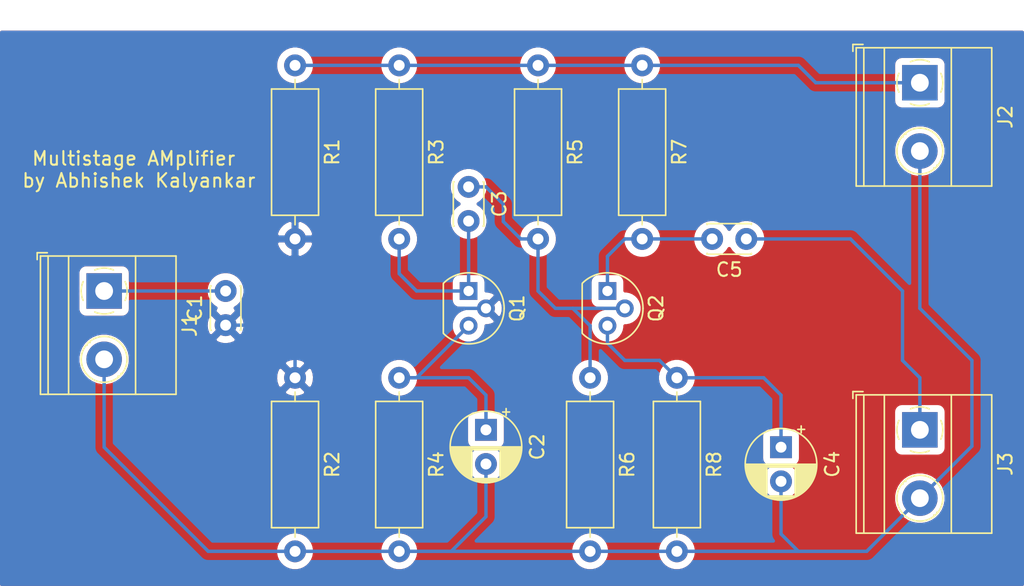
<source format=kicad_pcb>
(kicad_pcb (version 20171130) (host pcbnew "(5.1.10)-1")

  (general
    (thickness 1.6)
    (drawings 1)
    (tracks 70)
    (zones 0)
    (modules 18)
    (nets 11)
  )

  (page A4)
  (layers
    (0 F.Cu signal)
    (31 B.Cu signal)
    (32 B.Adhes user)
    (33 F.Adhes user)
    (34 B.Paste user)
    (35 F.Paste user)
    (36 B.SilkS user)
    (37 F.SilkS user)
    (38 B.Mask user)
    (39 F.Mask user)
    (40 Dwgs.User user)
    (41 Cmts.User user)
    (42 Eco1.User user)
    (43 Eco2.User user)
    (44 Edge.Cuts user)
    (45 Margin user)
    (46 B.CrtYd user)
    (47 F.CrtYd user)
    (48 B.Fab user)
    (49 F.Fab user)
  )

  (setup
    (last_trace_width 0.25)
    (trace_clearance 0.2)
    (zone_clearance 0.508)
    (zone_45_only no)
    (trace_min 0.2)
    (via_size 0.8)
    (via_drill 0.4)
    (via_min_size 0.4)
    (via_min_drill 0.3)
    (uvia_size 0.3)
    (uvia_drill 0.1)
    (uvias_allowed no)
    (uvia_min_size 0.2)
    (uvia_min_drill 0.1)
    (edge_width 0.1)
    (segment_width 0.2)
    (pcb_text_width 0.3)
    (pcb_text_size 1.5 1.5)
    (mod_edge_width 0.15)
    (mod_text_size 1 1)
    (mod_text_width 0.15)
    (pad_size 1.524 1.524)
    (pad_drill 0.762)
    (pad_to_mask_clearance 0)
    (aux_axis_origin 0 0)
    (visible_elements FFFFFF7F)
    (pcbplotparams
      (layerselection 0x010fc_ffffffff)
      (usegerberextensions false)
      (usegerberattributes true)
      (usegerberadvancedattributes true)
      (creategerberjobfile true)
      (excludeedgelayer true)
      (linewidth 0.100000)
      (plotframeref false)
      (viasonmask false)
      (mode 1)
      (useauxorigin false)
      (hpglpennumber 1)
      (hpglpenspeed 20)
      (hpglpendiameter 15.000000)
      (psnegative false)
      (psa4output false)
      (plotreference true)
      (plotvalue true)
      (plotinvisibletext false)
      (padsonsilk false)
      (subtractmaskfromsilk false)
      (outputformat 1)
      (mirror false)
      (drillshape 1)
      (scaleselection 1)
      (outputdirectory ""))
  )

  (net 0 "")
  (net 1 "Net-(C1-Pad1)")
  (net 2 "Net-(C1-Pad2)")
  (net 3 GND)
  (net 4 "Net-(C2-Pad1)")
  (net 5 "Net-(C3-Pad1)")
  (net 6 "Net-(C3-Pad2)")
  (net 7 "Net-(C4-Pad1)")
  (net 8 "Net-(C5-Pad2)")
  (net 9 "Net-(C5-Pad1)")
  (net 10 VCC)

  (net_class Default "This is the default net class."
    (clearance 0.2)
    (trace_width 0.25)
    (via_dia 0.8)
    (via_drill 0.4)
    (uvia_dia 0.3)
    (uvia_drill 0.1)
    (add_net GND)
    (add_net "Net-(C1-Pad1)")
    (add_net "Net-(C1-Pad2)")
    (add_net "Net-(C2-Pad1)")
    (add_net "Net-(C3-Pad1)")
    (add_net "Net-(C3-Pad2)")
    (add_net "Net-(C4-Pad1)")
    (add_net "Net-(C5-Pad1)")
    (add_net "Net-(C5-Pad2)")
    (add_net VCC)
  )

  (module Capacitor_THT:C_Disc_D3.0mm_W2.0mm_P2.50mm (layer F.Cu) (tedit 5AE50EF0) (tstamp 617D1333)
    (at 67.31 138.39 90)
    (descr "C, Disc series, Radial, pin pitch=2.50mm, , diameter*width=3*2mm^2, Capacitor")
    (tags "C Disc series Radial pin pitch 2.50mm  diameter 3mm width 2mm Capacitor")
    (path /61784738)
    (fp_text reference C1 (at 1.25 -2.25 90) (layer F.SilkS)
      (effects (font (size 1 1) (thickness 0.15)))
    )
    (fp_text value 0.1u (at 1.25 2.25 90) (layer F.Fab)
      (effects (font (size 1 1) (thickness 0.15)))
    )
    (fp_line (start 3.55 -1.25) (end -1.05 -1.25) (layer F.CrtYd) (width 0.05))
    (fp_line (start 3.55 1.25) (end 3.55 -1.25) (layer F.CrtYd) (width 0.05))
    (fp_line (start -1.05 1.25) (end 3.55 1.25) (layer F.CrtYd) (width 0.05))
    (fp_line (start -1.05 -1.25) (end -1.05 1.25) (layer F.CrtYd) (width 0.05))
    (fp_line (start 2.87 1.055) (end 2.87 1.12) (layer F.SilkS) (width 0.12))
    (fp_line (start 2.87 -1.12) (end 2.87 -1.055) (layer F.SilkS) (width 0.12))
    (fp_line (start -0.37 1.055) (end -0.37 1.12) (layer F.SilkS) (width 0.12))
    (fp_line (start -0.37 -1.12) (end -0.37 -1.055) (layer F.SilkS) (width 0.12))
    (fp_line (start -0.37 1.12) (end 2.87 1.12) (layer F.SilkS) (width 0.12))
    (fp_line (start -0.37 -1.12) (end 2.87 -1.12) (layer F.SilkS) (width 0.12))
    (fp_line (start 2.75 -1) (end -0.25 -1) (layer F.Fab) (width 0.1))
    (fp_line (start 2.75 1) (end 2.75 -1) (layer F.Fab) (width 0.1))
    (fp_line (start -0.25 1) (end 2.75 1) (layer F.Fab) (width 0.1))
    (fp_line (start -0.25 -1) (end -0.25 1) (layer F.Fab) (width 0.1))
    (fp_text user %R (at 1.25 0 90) (layer F.Fab)
      (effects (font (size 0.6 0.6) (thickness 0.09)))
    )
    (pad 1 thru_hole circle (at 0 0 90) (size 1.6 1.6) (drill 0.8) (layers *.Cu *.Mask)
      (net 1 "Net-(C1-Pad1)"))
    (pad 2 thru_hole circle (at 2.5 0 90) (size 1.6 1.6) (drill 0.8) (layers *.Cu *.Mask)
      (net 2 "Net-(C1-Pad2)"))
    (model ${KISYS3DMOD}/Capacitor_THT.3dshapes/C_Disc_D3.0mm_W2.0mm_P2.50mm.wrl
      (at (xyz 0 0 0))
      (scale (xyz 1 1 1))
      (rotate (xyz 0 0 0))
    )
  )

  (module Capacitor_THT:CP_Radial_D5.0mm_P2.50mm (layer F.Cu) (tedit 5AE50EF0) (tstamp 617CFB34)
    (at 86.36 146.05 270)
    (descr "CP, Radial series, Radial, pin pitch=2.50mm, , diameter=5mm, Electrolytic Capacitor")
    (tags "CP Radial series Radial pin pitch 2.50mm  diameter 5mm Electrolytic Capacitor")
    (path /61781556)
    (fp_text reference C2 (at 1.25 -3.75 90) (layer F.SilkS)
      (effects (font (size 1 1) (thickness 0.15)))
    )
    (fp_text value 100u (at 1.25 3.75 90) (layer F.Fab)
      (effects (font (size 1 1) (thickness 0.15)))
    )
    (fp_text user %R (at 1.25 0 90) (layer F.Fab)
      (effects (font (size 1 1) (thickness 0.15)))
    )
    (fp_circle (center 1.25 0) (end 3.75 0) (layer F.Fab) (width 0.1))
    (fp_circle (center 1.25 0) (end 3.87 0) (layer F.SilkS) (width 0.12))
    (fp_circle (center 1.25 0) (end 4 0) (layer F.CrtYd) (width 0.05))
    (fp_line (start -0.883605 -1.0875) (end -0.383605 -1.0875) (layer F.Fab) (width 0.1))
    (fp_line (start -0.633605 -1.3375) (end -0.633605 -0.8375) (layer F.Fab) (width 0.1))
    (fp_line (start 1.25 -2.58) (end 1.25 2.58) (layer F.SilkS) (width 0.12))
    (fp_line (start 1.29 -2.58) (end 1.29 2.58) (layer F.SilkS) (width 0.12))
    (fp_line (start 1.33 -2.579) (end 1.33 2.579) (layer F.SilkS) (width 0.12))
    (fp_line (start 1.37 -2.578) (end 1.37 2.578) (layer F.SilkS) (width 0.12))
    (fp_line (start 1.41 -2.576) (end 1.41 2.576) (layer F.SilkS) (width 0.12))
    (fp_line (start 1.45 -2.573) (end 1.45 2.573) (layer F.SilkS) (width 0.12))
    (fp_line (start 1.49 -2.569) (end 1.49 -1.04) (layer F.SilkS) (width 0.12))
    (fp_line (start 1.49 1.04) (end 1.49 2.569) (layer F.SilkS) (width 0.12))
    (fp_line (start 1.53 -2.565) (end 1.53 -1.04) (layer F.SilkS) (width 0.12))
    (fp_line (start 1.53 1.04) (end 1.53 2.565) (layer F.SilkS) (width 0.12))
    (fp_line (start 1.57 -2.561) (end 1.57 -1.04) (layer F.SilkS) (width 0.12))
    (fp_line (start 1.57 1.04) (end 1.57 2.561) (layer F.SilkS) (width 0.12))
    (fp_line (start 1.61 -2.556) (end 1.61 -1.04) (layer F.SilkS) (width 0.12))
    (fp_line (start 1.61 1.04) (end 1.61 2.556) (layer F.SilkS) (width 0.12))
    (fp_line (start 1.65 -2.55) (end 1.65 -1.04) (layer F.SilkS) (width 0.12))
    (fp_line (start 1.65 1.04) (end 1.65 2.55) (layer F.SilkS) (width 0.12))
    (fp_line (start 1.69 -2.543) (end 1.69 -1.04) (layer F.SilkS) (width 0.12))
    (fp_line (start 1.69 1.04) (end 1.69 2.543) (layer F.SilkS) (width 0.12))
    (fp_line (start 1.73 -2.536) (end 1.73 -1.04) (layer F.SilkS) (width 0.12))
    (fp_line (start 1.73 1.04) (end 1.73 2.536) (layer F.SilkS) (width 0.12))
    (fp_line (start 1.77 -2.528) (end 1.77 -1.04) (layer F.SilkS) (width 0.12))
    (fp_line (start 1.77 1.04) (end 1.77 2.528) (layer F.SilkS) (width 0.12))
    (fp_line (start 1.81 -2.52) (end 1.81 -1.04) (layer F.SilkS) (width 0.12))
    (fp_line (start 1.81 1.04) (end 1.81 2.52) (layer F.SilkS) (width 0.12))
    (fp_line (start 1.85 -2.511) (end 1.85 -1.04) (layer F.SilkS) (width 0.12))
    (fp_line (start 1.85 1.04) (end 1.85 2.511) (layer F.SilkS) (width 0.12))
    (fp_line (start 1.89 -2.501) (end 1.89 -1.04) (layer F.SilkS) (width 0.12))
    (fp_line (start 1.89 1.04) (end 1.89 2.501) (layer F.SilkS) (width 0.12))
    (fp_line (start 1.93 -2.491) (end 1.93 -1.04) (layer F.SilkS) (width 0.12))
    (fp_line (start 1.93 1.04) (end 1.93 2.491) (layer F.SilkS) (width 0.12))
    (fp_line (start 1.971 -2.48) (end 1.971 -1.04) (layer F.SilkS) (width 0.12))
    (fp_line (start 1.971 1.04) (end 1.971 2.48) (layer F.SilkS) (width 0.12))
    (fp_line (start 2.011 -2.468) (end 2.011 -1.04) (layer F.SilkS) (width 0.12))
    (fp_line (start 2.011 1.04) (end 2.011 2.468) (layer F.SilkS) (width 0.12))
    (fp_line (start 2.051 -2.455) (end 2.051 -1.04) (layer F.SilkS) (width 0.12))
    (fp_line (start 2.051 1.04) (end 2.051 2.455) (layer F.SilkS) (width 0.12))
    (fp_line (start 2.091 -2.442) (end 2.091 -1.04) (layer F.SilkS) (width 0.12))
    (fp_line (start 2.091 1.04) (end 2.091 2.442) (layer F.SilkS) (width 0.12))
    (fp_line (start 2.131 -2.428) (end 2.131 -1.04) (layer F.SilkS) (width 0.12))
    (fp_line (start 2.131 1.04) (end 2.131 2.428) (layer F.SilkS) (width 0.12))
    (fp_line (start 2.171 -2.414) (end 2.171 -1.04) (layer F.SilkS) (width 0.12))
    (fp_line (start 2.171 1.04) (end 2.171 2.414) (layer F.SilkS) (width 0.12))
    (fp_line (start 2.211 -2.398) (end 2.211 -1.04) (layer F.SilkS) (width 0.12))
    (fp_line (start 2.211 1.04) (end 2.211 2.398) (layer F.SilkS) (width 0.12))
    (fp_line (start 2.251 -2.382) (end 2.251 -1.04) (layer F.SilkS) (width 0.12))
    (fp_line (start 2.251 1.04) (end 2.251 2.382) (layer F.SilkS) (width 0.12))
    (fp_line (start 2.291 -2.365) (end 2.291 -1.04) (layer F.SilkS) (width 0.12))
    (fp_line (start 2.291 1.04) (end 2.291 2.365) (layer F.SilkS) (width 0.12))
    (fp_line (start 2.331 -2.348) (end 2.331 -1.04) (layer F.SilkS) (width 0.12))
    (fp_line (start 2.331 1.04) (end 2.331 2.348) (layer F.SilkS) (width 0.12))
    (fp_line (start 2.371 -2.329) (end 2.371 -1.04) (layer F.SilkS) (width 0.12))
    (fp_line (start 2.371 1.04) (end 2.371 2.329) (layer F.SilkS) (width 0.12))
    (fp_line (start 2.411 -2.31) (end 2.411 -1.04) (layer F.SilkS) (width 0.12))
    (fp_line (start 2.411 1.04) (end 2.411 2.31) (layer F.SilkS) (width 0.12))
    (fp_line (start 2.451 -2.29) (end 2.451 -1.04) (layer F.SilkS) (width 0.12))
    (fp_line (start 2.451 1.04) (end 2.451 2.29) (layer F.SilkS) (width 0.12))
    (fp_line (start 2.491 -2.268) (end 2.491 -1.04) (layer F.SilkS) (width 0.12))
    (fp_line (start 2.491 1.04) (end 2.491 2.268) (layer F.SilkS) (width 0.12))
    (fp_line (start 2.531 -2.247) (end 2.531 -1.04) (layer F.SilkS) (width 0.12))
    (fp_line (start 2.531 1.04) (end 2.531 2.247) (layer F.SilkS) (width 0.12))
    (fp_line (start 2.571 -2.224) (end 2.571 -1.04) (layer F.SilkS) (width 0.12))
    (fp_line (start 2.571 1.04) (end 2.571 2.224) (layer F.SilkS) (width 0.12))
    (fp_line (start 2.611 -2.2) (end 2.611 -1.04) (layer F.SilkS) (width 0.12))
    (fp_line (start 2.611 1.04) (end 2.611 2.2) (layer F.SilkS) (width 0.12))
    (fp_line (start 2.651 -2.175) (end 2.651 -1.04) (layer F.SilkS) (width 0.12))
    (fp_line (start 2.651 1.04) (end 2.651 2.175) (layer F.SilkS) (width 0.12))
    (fp_line (start 2.691 -2.149) (end 2.691 -1.04) (layer F.SilkS) (width 0.12))
    (fp_line (start 2.691 1.04) (end 2.691 2.149) (layer F.SilkS) (width 0.12))
    (fp_line (start 2.731 -2.122) (end 2.731 -1.04) (layer F.SilkS) (width 0.12))
    (fp_line (start 2.731 1.04) (end 2.731 2.122) (layer F.SilkS) (width 0.12))
    (fp_line (start 2.771 -2.095) (end 2.771 -1.04) (layer F.SilkS) (width 0.12))
    (fp_line (start 2.771 1.04) (end 2.771 2.095) (layer F.SilkS) (width 0.12))
    (fp_line (start 2.811 -2.065) (end 2.811 -1.04) (layer F.SilkS) (width 0.12))
    (fp_line (start 2.811 1.04) (end 2.811 2.065) (layer F.SilkS) (width 0.12))
    (fp_line (start 2.851 -2.035) (end 2.851 -1.04) (layer F.SilkS) (width 0.12))
    (fp_line (start 2.851 1.04) (end 2.851 2.035) (layer F.SilkS) (width 0.12))
    (fp_line (start 2.891 -2.004) (end 2.891 -1.04) (layer F.SilkS) (width 0.12))
    (fp_line (start 2.891 1.04) (end 2.891 2.004) (layer F.SilkS) (width 0.12))
    (fp_line (start 2.931 -1.971) (end 2.931 -1.04) (layer F.SilkS) (width 0.12))
    (fp_line (start 2.931 1.04) (end 2.931 1.971) (layer F.SilkS) (width 0.12))
    (fp_line (start 2.971 -1.937) (end 2.971 -1.04) (layer F.SilkS) (width 0.12))
    (fp_line (start 2.971 1.04) (end 2.971 1.937) (layer F.SilkS) (width 0.12))
    (fp_line (start 3.011 -1.901) (end 3.011 -1.04) (layer F.SilkS) (width 0.12))
    (fp_line (start 3.011 1.04) (end 3.011 1.901) (layer F.SilkS) (width 0.12))
    (fp_line (start 3.051 -1.864) (end 3.051 -1.04) (layer F.SilkS) (width 0.12))
    (fp_line (start 3.051 1.04) (end 3.051 1.864) (layer F.SilkS) (width 0.12))
    (fp_line (start 3.091 -1.826) (end 3.091 -1.04) (layer F.SilkS) (width 0.12))
    (fp_line (start 3.091 1.04) (end 3.091 1.826) (layer F.SilkS) (width 0.12))
    (fp_line (start 3.131 -1.785) (end 3.131 -1.04) (layer F.SilkS) (width 0.12))
    (fp_line (start 3.131 1.04) (end 3.131 1.785) (layer F.SilkS) (width 0.12))
    (fp_line (start 3.171 -1.743) (end 3.171 -1.04) (layer F.SilkS) (width 0.12))
    (fp_line (start 3.171 1.04) (end 3.171 1.743) (layer F.SilkS) (width 0.12))
    (fp_line (start 3.211 -1.699) (end 3.211 -1.04) (layer F.SilkS) (width 0.12))
    (fp_line (start 3.211 1.04) (end 3.211 1.699) (layer F.SilkS) (width 0.12))
    (fp_line (start 3.251 -1.653) (end 3.251 -1.04) (layer F.SilkS) (width 0.12))
    (fp_line (start 3.251 1.04) (end 3.251 1.653) (layer F.SilkS) (width 0.12))
    (fp_line (start 3.291 -1.605) (end 3.291 -1.04) (layer F.SilkS) (width 0.12))
    (fp_line (start 3.291 1.04) (end 3.291 1.605) (layer F.SilkS) (width 0.12))
    (fp_line (start 3.331 -1.554) (end 3.331 -1.04) (layer F.SilkS) (width 0.12))
    (fp_line (start 3.331 1.04) (end 3.331 1.554) (layer F.SilkS) (width 0.12))
    (fp_line (start 3.371 -1.5) (end 3.371 -1.04) (layer F.SilkS) (width 0.12))
    (fp_line (start 3.371 1.04) (end 3.371 1.5) (layer F.SilkS) (width 0.12))
    (fp_line (start 3.411 -1.443) (end 3.411 -1.04) (layer F.SilkS) (width 0.12))
    (fp_line (start 3.411 1.04) (end 3.411 1.443) (layer F.SilkS) (width 0.12))
    (fp_line (start 3.451 -1.383) (end 3.451 -1.04) (layer F.SilkS) (width 0.12))
    (fp_line (start 3.451 1.04) (end 3.451 1.383) (layer F.SilkS) (width 0.12))
    (fp_line (start 3.491 -1.319) (end 3.491 -1.04) (layer F.SilkS) (width 0.12))
    (fp_line (start 3.491 1.04) (end 3.491 1.319) (layer F.SilkS) (width 0.12))
    (fp_line (start 3.531 -1.251) (end 3.531 -1.04) (layer F.SilkS) (width 0.12))
    (fp_line (start 3.531 1.04) (end 3.531 1.251) (layer F.SilkS) (width 0.12))
    (fp_line (start 3.571 -1.178) (end 3.571 1.178) (layer F.SilkS) (width 0.12))
    (fp_line (start 3.611 -1.098) (end 3.611 1.098) (layer F.SilkS) (width 0.12))
    (fp_line (start 3.651 -1.011) (end 3.651 1.011) (layer F.SilkS) (width 0.12))
    (fp_line (start 3.691 -0.915) (end 3.691 0.915) (layer F.SilkS) (width 0.12))
    (fp_line (start 3.731 -0.805) (end 3.731 0.805) (layer F.SilkS) (width 0.12))
    (fp_line (start 3.771 -0.677) (end 3.771 0.677) (layer F.SilkS) (width 0.12))
    (fp_line (start 3.811 -0.518) (end 3.811 0.518) (layer F.SilkS) (width 0.12))
    (fp_line (start 3.851 -0.284) (end 3.851 0.284) (layer F.SilkS) (width 0.12))
    (fp_line (start -1.554775 -1.475) (end -1.054775 -1.475) (layer F.SilkS) (width 0.12))
    (fp_line (start -1.304775 -1.725) (end -1.304775 -1.225) (layer F.SilkS) (width 0.12))
    (pad 2 thru_hole circle (at 2.5 0 270) (size 1.6 1.6) (drill 0.8) (layers *.Cu *.Mask)
      (net 3 GND))
    (pad 1 thru_hole rect (at 0 0 270) (size 1.6 1.6) (drill 0.8) (layers *.Cu *.Mask)
      (net 4 "Net-(C2-Pad1)"))
    (model ${KISYS3DMOD}/Capacitor_THT.3dshapes/CP_Radial_D5.0mm_P2.50mm.wrl
      (at (xyz 0 0 0))
      (scale (xyz 1 1 1))
      (rotate (xyz 0 0 0))
    )
  )

  (module Capacitor_THT:C_Disc_D3.0mm_W2.0mm_P2.50mm (layer F.Cu) (tedit 5AE50EF0) (tstamp 617CFB49)
    (at 85.09 128.27 270)
    (descr "C, Disc series, Radial, pin pitch=2.50mm, , diameter*width=3*2mm^2, Capacitor")
    (tags "C Disc series Radial pin pitch 2.50mm  diameter 3mm width 2mm Capacitor")
    (path /6178321C)
    (fp_text reference C3 (at 1.25 -2.25 90) (layer F.SilkS)
      (effects (font (size 1 1) (thickness 0.15)))
    )
    (fp_text value 0.1u (at 1.25 2.25 90) (layer F.Fab)
      (effects (font (size 1 1) (thickness 0.15)))
    )
    (fp_line (start 3.55 -1.25) (end -1.05 -1.25) (layer F.CrtYd) (width 0.05))
    (fp_line (start 3.55 1.25) (end 3.55 -1.25) (layer F.CrtYd) (width 0.05))
    (fp_line (start -1.05 1.25) (end 3.55 1.25) (layer F.CrtYd) (width 0.05))
    (fp_line (start -1.05 -1.25) (end -1.05 1.25) (layer F.CrtYd) (width 0.05))
    (fp_line (start 2.87 1.055) (end 2.87 1.12) (layer F.SilkS) (width 0.12))
    (fp_line (start 2.87 -1.12) (end 2.87 -1.055) (layer F.SilkS) (width 0.12))
    (fp_line (start -0.37 1.055) (end -0.37 1.12) (layer F.SilkS) (width 0.12))
    (fp_line (start -0.37 -1.12) (end -0.37 -1.055) (layer F.SilkS) (width 0.12))
    (fp_line (start -0.37 1.12) (end 2.87 1.12) (layer F.SilkS) (width 0.12))
    (fp_line (start -0.37 -1.12) (end 2.87 -1.12) (layer F.SilkS) (width 0.12))
    (fp_line (start 2.75 -1) (end -0.25 -1) (layer F.Fab) (width 0.1))
    (fp_line (start 2.75 1) (end 2.75 -1) (layer F.Fab) (width 0.1))
    (fp_line (start -0.25 1) (end 2.75 1) (layer F.Fab) (width 0.1))
    (fp_line (start -0.25 -1) (end -0.25 1) (layer F.Fab) (width 0.1))
    (fp_text user %R (at 1.25 0 90) (layer F.Fab)
      (effects (font (size 0.6 0.6) (thickness 0.09)))
    )
    (pad 1 thru_hole circle (at 0 0 270) (size 1.6 1.6) (drill 0.8) (layers *.Cu *.Mask)
      (net 5 "Net-(C3-Pad1)"))
    (pad 2 thru_hole circle (at 2.5 0 270) (size 1.6 1.6) (drill 0.8) (layers *.Cu *.Mask)
      (net 6 "Net-(C3-Pad2)"))
    (model ${KISYS3DMOD}/Capacitor_THT.3dshapes/C_Disc_D3.0mm_W2.0mm_P2.50mm.wrl
      (at (xyz 0 0 0))
      (scale (xyz 1 1 1))
      (rotate (xyz 0 0 0))
    )
  )

  (module Capacitor_THT:CP_Radial_D5.0mm_P2.50mm (layer F.Cu) (tedit 5AE50EF0) (tstamp 617CFBCD)
    (at 107.95 147.32 270)
    (descr "CP, Radial series, Radial, pin pitch=2.50mm, , diameter=5mm, Electrolytic Capacitor")
    (tags "CP Radial series Radial pin pitch 2.50mm  diameter 5mm Electrolytic Capacitor")
    (path /61781D86)
    (fp_text reference C4 (at 1.25 -3.75 90) (layer F.SilkS)
      (effects (font (size 1 1) (thickness 0.15)))
    )
    (fp_text value 100u (at 1.25 3.75 90) (layer F.Fab)
      (effects (font (size 1 1) (thickness 0.15)))
    )
    (fp_line (start -1.304775 -1.725) (end -1.304775 -1.225) (layer F.SilkS) (width 0.12))
    (fp_line (start -1.554775 -1.475) (end -1.054775 -1.475) (layer F.SilkS) (width 0.12))
    (fp_line (start 3.851 -0.284) (end 3.851 0.284) (layer F.SilkS) (width 0.12))
    (fp_line (start 3.811 -0.518) (end 3.811 0.518) (layer F.SilkS) (width 0.12))
    (fp_line (start 3.771 -0.677) (end 3.771 0.677) (layer F.SilkS) (width 0.12))
    (fp_line (start 3.731 -0.805) (end 3.731 0.805) (layer F.SilkS) (width 0.12))
    (fp_line (start 3.691 -0.915) (end 3.691 0.915) (layer F.SilkS) (width 0.12))
    (fp_line (start 3.651 -1.011) (end 3.651 1.011) (layer F.SilkS) (width 0.12))
    (fp_line (start 3.611 -1.098) (end 3.611 1.098) (layer F.SilkS) (width 0.12))
    (fp_line (start 3.571 -1.178) (end 3.571 1.178) (layer F.SilkS) (width 0.12))
    (fp_line (start 3.531 1.04) (end 3.531 1.251) (layer F.SilkS) (width 0.12))
    (fp_line (start 3.531 -1.251) (end 3.531 -1.04) (layer F.SilkS) (width 0.12))
    (fp_line (start 3.491 1.04) (end 3.491 1.319) (layer F.SilkS) (width 0.12))
    (fp_line (start 3.491 -1.319) (end 3.491 -1.04) (layer F.SilkS) (width 0.12))
    (fp_line (start 3.451 1.04) (end 3.451 1.383) (layer F.SilkS) (width 0.12))
    (fp_line (start 3.451 -1.383) (end 3.451 -1.04) (layer F.SilkS) (width 0.12))
    (fp_line (start 3.411 1.04) (end 3.411 1.443) (layer F.SilkS) (width 0.12))
    (fp_line (start 3.411 -1.443) (end 3.411 -1.04) (layer F.SilkS) (width 0.12))
    (fp_line (start 3.371 1.04) (end 3.371 1.5) (layer F.SilkS) (width 0.12))
    (fp_line (start 3.371 -1.5) (end 3.371 -1.04) (layer F.SilkS) (width 0.12))
    (fp_line (start 3.331 1.04) (end 3.331 1.554) (layer F.SilkS) (width 0.12))
    (fp_line (start 3.331 -1.554) (end 3.331 -1.04) (layer F.SilkS) (width 0.12))
    (fp_line (start 3.291 1.04) (end 3.291 1.605) (layer F.SilkS) (width 0.12))
    (fp_line (start 3.291 -1.605) (end 3.291 -1.04) (layer F.SilkS) (width 0.12))
    (fp_line (start 3.251 1.04) (end 3.251 1.653) (layer F.SilkS) (width 0.12))
    (fp_line (start 3.251 -1.653) (end 3.251 -1.04) (layer F.SilkS) (width 0.12))
    (fp_line (start 3.211 1.04) (end 3.211 1.699) (layer F.SilkS) (width 0.12))
    (fp_line (start 3.211 -1.699) (end 3.211 -1.04) (layer F.SilkS) (width 0.12))
    (fp_line (start 3.171 1.04) (end 3.171 1.743) (layer F.SilkS) (width 0.12))
    (fp_line (start 3.171 -1.743) (end 3.171 -1.04) (layer F.SilkS) (width 0.12))
    (fp_line (start 3.131 1.04) (end 3.131 1.785) (layer F.SilkS) (width 0.12))
    (fp_line (start 3.131 -1.785) (end 3.131 -1.04) (layer F.SilkS) (width 0.12))
    (fp_line (start 3.091 1.04) (end 3.091 1.826) (layer F.SilkS) (width 0.12))
    (fp_line (start 3.091 -1.826) (end 3.091 -1.04) (layer F.SilkS) (width 0.12))
    (fp_line (start 3.051 1.04) (end 3.051 1.864) (layer F.SilkS) (width 0.12))
    (fp_line (start 3.051 -1.864) (end 3.051 -1.04) (layer F.SilkS) (width 0.12))
    (fp_line (start 3.011 1.04) (end 3.011 1.901) (layer F.SilkS) (width 0.12))
    (fp_line (start 3.011 -1.901) (end 3.011 -1.04) (layer F.SilkS) (width 0.12))
    (fp_line (start 2.971 1.04) (end 2.971 1.937) (layer F.SilkS) (width 0.12))
    (fp_line (start 2.971 -1.937) (end 2.971 -1.04) (layer F.SilkS) (width 0.12))
    (fp_line (start 2.931 1.04) (end 2.931 1.971) (layer F.SilkS) (width 0.12))
    (fp_line (start 2.931 -1.971) (end 2.931 -1.04) (layer F.SilkS) (width 0.12))
    (fp_line (start 2.891 1.04) (end 2.891 2.004) (layer F.SilkS) (width 0.12))
    (fp_line (start 2.891 -2.004) (end 2.891 -1.04) (layer F.SilkS) (width 0.12))
    (fp_line (start 2.851 1.04) (end 2.851 2.035) (layer F.SilkS) (width 0.12))
    (fp_line (start 2.851 -2.035) (end 2.851 -1.04) (layer F.SilkS) (width 0.12))
    (fp_line (start 2.811 1.04) (end 2.811 2.065) (layer F.SilkS) (width 0.12))
    (fp_line (start 2.811 -2.065) (end 2.811 -1.04) (layer F.SilkS) (width 0.12))
    (fp_line (start 2.771 1.04) (end 2.771 2.095) (layer F.SilkS) (width 0.12))
    (fp_line (start 2.771 -2.095) (end 2.771 -1.04) (layer F.SilkS) (width 0.12))
    (fp_line (start 2.731 1.04) (end 2.731 2.122) (layer F.SilkS) (width 0.12))
    (fp_line (start 2.731 -2.122) (end 2.731 -1.04) (layer F.SilkS) (width 0.12))
    (fp_line (start 2.691 1.04) (end 2.691 2.149) (layer F.SilkS) (width 0.12))
    (fp_line (start 2.691 -2.149) (end 2.691 -1.04) (layer F.SilkS) (width 0.12))
    (fp_line (start 2.651 1.04) (end 2.651 2.175) (layer F.SilkS) (width 0.12))
    (fp_line (start 2.651 -2.175) (end 2.651 -1.04) (layer F.SilkS) (width 0.12))
    (fp_line (start 2.611 1.04) (end 2.611 2.2) (layer F.SilkS) (width 0.12))
    (fp_line (start 2.611 -2.2) (end 2.611 -1.04) (layer F.SilkS) (width 0.12))
    (fp_line (start 2.571 1.04) (end 2.571 2.224) (layer F.SilkS) (width 0.12))
    (fp_line (start 2.571 -2.224) (end 2.571 -1.04) (layer F.SilkS) (width 0.12))
    (fp_line (start 2.531 1.04) (end 2.531 2.247) (layer F.SilkS) (width 0.12))
    (fp_line (start 2.531 -2.247) (end 2.531 -1.04) (layer F.SilkS) (width 0.12))
    (fp_line (start 2.491 1.04) (end 2.491 2.268) (layer F.SilkS) (width 0.12))
    (fp_line (start 2.491 -2.268) (end 2.491 -1.04) (layer F.SilkS) (width 0.12))
    (fp_line (start 2.451 1.04) (end 2.451 2.29) (layer F.SilkS) (width 0.12))
    (fp_line (start 2.451 -2.29) (end 2.451 -1.04) (layer F.SilkS) (width 0.12))
    (fp_line (start 2.411 1.04) (end 2.411 2.31) (layer F.SilkS) (width 0.12))
    (fp_line (start 2.411 -2.31) (end 2.411 -1.04) (layer F.SilkS) (width 0.12))
    (fp_line (start 2.371 1.04) (end 2.371 2.329) (layer F.SilkS) (width 0.12))
    (fp_line (start 2.371 -2.329) (end 2.371 -1.04) (layer F.SilkS) (width 0.12))
    (fp_line (start 2.331 1.04) (end 2.331 2.348) (layer F.SilkS) (width 0.12))
    (fp_line (start 2.331 -2.348) (end 2.331 -1.04) (layer F.SilkS) (width 0.12))
    (fp_line (start 2.291 1.04) (end 2.291 2.365) (layer F.SilkS) (width 0.12))
    (fp_line (start 2.291 -2.365) (end 2.291 -1.04) (layer F.SilkS) (width 0.12))
    (fp_line (start 2.251 1.04) (end 2.251 2.382) (layer F.SilkS) (width 0.12))
    (fp_line (start 2.251 -2.382) (end 2.251 -1.04) (layer F.SilkS) (width 0.12))
    (fp_line (start 2.211 1.04) (end 2.211 2.398) (layer F.SilkS) (width 0.12))
    (fp_line (start 2.211 -2.398) (end 2.211 -1.04) (layer F.SilkS) (width 0.12))
    (fp_line (start 2.171 1.04) (end 2.171 2.414) (layer F.SilkS) (width 0.12))
    (fp_line (start 2.171 -2.414) (end 2.171 -1.04) (layer F.SilkS) (width 0.12))
    (fp_line (start 2.131 1.04) (end 2.131 2.428) (layer F.SilkS) (width 0.12))
    (fp_line (start 2.131 -2.428) (end 2.131 -1.04) (layer F.SilkS) (width 0.12))
    (fp_line (start 2.091 1.04) (end 2.091 2.442) (layer F.SilkS) (width 0.12))
    (fp_line (start 2.091 -2.442) (end 2.091 -1.04) (layer F.SilkS) (width 0.12))
    (fp_line (start 2.051 1.04) (end 2.051 2.455) (layer F.SilkS) (width 0.12))
    (fp_line (start 2.051 -2.455) (end 2.051 -1.04) (layer F.SilkS) (width 0.12))
    (fp_line (start 2.011 1.04) (end 2.011 2.468) (layer F.SilkS) (width 0.12))
    (fp_line (start 2.011 -2.468) (end 2.011 -1.04) (layer F.SilkS) (width 0.12))
    (fp_line (start 1.971 1.04) (end 1.971 2.48) (layer F.SilkS) (width 0.12))
    (fp_line (start 1.971 -2.48) (end 1.971 -1.04) (layer F.SilkS) (width 0.12))
    (fp_line (start 1.93 1.04) (end 1.93 2.491) (layer F.SilkS) (width 0.12))
    (fp_line (start 1.93 -2.491) (end 1.93 -1.04) (layer F.SilkS) (width 0.12))
    (fp_line (start 1.89 1.04) (end 1.89 2.501) (layer F.SilkS) (width 0.12))
    (fp_line (start 1.89 -2.501) (end 1.89 -1.04) (layer F.SilkS) (width 0.12))
    (fp_line (start 1.85 1.04) (end 1.85 2.511) (layer F.SilkS) (width 0.12))
    (fp_line (start 1.85 -2.511) (end 1.85 -1.04) (layer F.SilkS) (width 0.12))
    (fp_line (start 1.81 1.04) (end 1.81 2.52) (layer F.SilkS) (width 0.12))
    (fp_line (start 1.81 -2.52) (end 1.81 -1.04) (layer F.SilkS) (width 0.12))
    (fp_line (start 1.77 1.04) (end 1.77 2.528) (layer F.SilkS) (width 0.12))
    (fp_line (start 1.77 -2.528) (end 1.77 -1.04) (layer F.SilkS) (width 0.12))
    (fp_line (start 1.73 1.04) (end 1.73 2.536) (layer F.SilkS) (width 0.12))
    (fp_line (start 1.73 -2.536) (end 1.73 -1.04) (layer F.SilkS) (width 0.12))
    (fp_line (start 1.69 1.04) (end 1.69 2.543) (layer F.SilkS) (width 0.12))
    (fp_line (start 1.69 -2.543) (end 1.69 -1.04) (layer F.SilkS) (width 0.12))
    (fp_line (start 1.65 1.04) (end 1.65 2.55) (layer F.SilkS) (width 0.12))
    (fp_line (start 1.65 -2.55) (end 1.65 -1.04) (layer F.SilkS) (width 0.12))
    (fp_line (start 1.61 1.04) (end 1.61 2.556) (layer F.SilkS) (width 0.12))
    (fp_line (start 1.61 -2.556) (end 1.61 -1.04) (layer F.SilkS) (width 0.12))
    (fp_line (start 1.57 1.04) (end 1.57 2.561) (layer F.SilkS) (width 0.12))
    (fp_line (start 1.57 -2.561) (end 1.57 -1.04) (layer F.SilkS) (width 0.12))
    (fp_line (start 1.53 1.04) (end 1.53 2.565) (layer F.SilkS) (width 0.12))
    (fp_line (start 1.53 -2.565) (end 1.53 -1.04) (layer F.SilkS) (width 0.12))
    (fp_line (start 1.49 1.04) (end 1.49 2.569) (layer F.SilkS) (width 0.12))
    (fp_line (start 1.49 -2.569) (end 1.49 -1.04) (layer F.SilkS) (width 0.12))
    (fp_line (start 1.45 -2.573) (end 1.45 2.573) (layer F.SilkS) (width 0.12))
    (fp_line (start 1.41 -2.576) (end 1.41 2.576) (layer F.SilkS) (width 0.12))
    (fp_line (start 1.37 -2.578) (end 1.37 2.578) (layer F.SilkS) (width 0.12))
    (fp_line (start 1.33 -2.579) (end 1.33 2.579) (layer F.SilkS) (width 0.12))
    (fp_line (start 1.29 -2.58) (end 1.29 2.58) (layer F.SilkS) (width 0.12))
    (fp_line (start 1.25 -2.58) (end 1.25 2.58) (layer F.SilkS) (width 0.12))
    (fp_line (start -0.633605 -1.3375) (end -0.633605 -0.8375) (layer F.Fab) (width 0.1))
    (fp_line (start -0.883605 -1.0875) (end -0.383605 -1.0875) (layer F.Fab) (width 0.1))
    (fp_circle (center 1.25 0) (end 4 0) (layer F.CrtYd) (width 0.05))
    (fp_circle (center 1.25 0) (end 3.87 0) (layer F.SilkS) (width 0.12))
    (fp_circle (center 1.25 0) (end 3.75 0) (layer F.Fab) (width 0.1))
    (fp_text user %R (at 1.25 0 90) (layer F.Fab)
      (effects (font (size 1 1) (thickness 0.15)))
    )
    (pad 1 thru_hole rect (at 0 0 270) (size 1.6 1.6) (drill 0.8) (layers *.Cu *.Mask)
      (net 7 "Net-(C4-Pad1)"))
    (pad 2 thru_hole circle (at 2.5 0 270) (size 1.6 1.6) (drill 0.8) (layers *.Cu *.Mask)
      (net 3 GND))
    (model ${KISYS3DMOD}/Capacitor_THT.3dshapes/CP_Radial_D5.0mm_P2.50mm.wrl
      (at (xyz 0 0 0))
      (scale (xyz 1 1 1))
      (rotate (xyz 0 0 0))
    )
  )

  (module Capacitor_THT:C_Disc_D3.0mm_W2.0mm_P2.50mm (layer F.Cu) (tedit 5AE50EF0) (tstamp 617D0787)
    (at 105.41 132.08 180)
    (descr "C, Disc series, Radial, pin pitch=2.50mm, , diameter*width=3*2mm^2, Capacitor")
    (tags "C Disc series Radial pin pitch 2.50mm  diameter 3mm width 2mm Capacitor")
    (path /61783ACD)
    (fp_text reference C5 (at 1.25 -2.25) (layer F.SilkS)
      (effects (font (size 1 1) (thickness 0.15)))
    )
    (fp_text value 0.1u (at 1.25 2.25) (layer F.Fab)
      (effects (font (size 1 1) (thickness 0.15)))
    )
    (fp_text user %R (at 1.25 0) (layer F.Fab)
      (effects (font (size 0.6 0.6) (thickness 0.09)))
    )
    (fp_line (start -0.25 -1) (end -0.25 1) (layer F.Fab) (width 0.1))
    (fp_line (start -0.25 1) (end 2.75 1) (layer F.Fab) (width 0.1))
    (fp_line (start 2.75 1) (end 2.75 -1) (layer F.Fab) (width 0.1))
    (fp_line (start 2.75 -1) (end -0.25 -1) (layer F.Fab) (width 0.1))
    (fp_line (start -0.37 -1.12) (end 2.87 -1.12) (layer F.SilkS) (width 0.12))
    (fp_line (start -0.37 1.12) (end 2.87 1.12) (layer F.SilkS) (width 0.12))
    (fp_line (start -0.37 -1.12) (end -0.37 -1.055) (layer F.SilkS) (width 0.12))
    (fp_line (start -0.37 1.055) (end -0.37 1.12) (layer F.SilkS) (width 0.12))
    (fp_line (start 2.87 -1.12) (end 2.87 -1.055) (layer F.SilkS) (width 0.12))
    (fp_line (start 2.87 1.055) (end 2.87 1.12) (layer F.SilkS) (width 0.12))
    (fp_line (start -1.05 -1.25) (end -1.05 1.25) (layer F.CrtYd) (width 0.05))
    (fp_line (start -1.05 1.25) (end 3.55 1.25) (layer F.CrtYd) (width 0.05))
    (fp_line (start 3.55 1.25) (end 3.55 -1.25) (layer F.CrtYd) (width 0.05))
    (fp_line (start 3.55 -1.25) (end -1.05 -1.25) (layer F.CrtYd) (width 0.05))
    (pad 2 thru_hole circle (at 2.5 0 180) (size 1.6 1.6) (drill 0.8) (layers *.Cu *.Mask)
      (net 8 "Net-(C5-Pad2)"))
    (pad 1 thru_hole circle (at 0 0 180) (size 1.6 1.6) (drill 0.8) (layers *.Cu *.Mask)
      (net 9 "Net-(C5-Pad1)"))
    (model ${KISYS3DMOD}/Capacitor_THT.3dshapes/C_Disc_D3.0mm_W2.0mm_P2.50mm.wrl
      (at (xyz 0 0 0))
      (scale (xyz 1 1 1))
      (rotate (xyz 0 0 0))
    )
  )

  (module TerminalBlock_Phoenix:TerminalBlock_Phoenix_MKDS-1,5-2_1x02_P5.00mm_Horizontal (layer F.Cu) (tedit 5B294EE5) (tstamp 617CFC0E)
    (at 58.42 135.89 270)
    (descr "Terminal Block Phoenix MKDS-1,5-2, 2 pins, pitch 5mm, size 10x9.8mm^2, drill diamater 1.3mm, pad diameter 2.6mm, see http://www.farnell.com/datasheets/100425.pdf, script-generated using https://github.com/pointhi/kicad-footprint-generator/scripts/TerminalBlock_Phoenix")
    (tags "THT Terminal Block Phoenix MKDS-1,5-2 pitch 5mm size 10x9.8mm^2 drill 1.3mm pad 2.6mm")
    (path /61785D61)
    (fp_text reference J1 (at 2.5 -6.26 90) (layer F.SilkS)
      (effects (font (size 1 1) (thickness 0.15)))
    )
    (fp_text value Screw_Terminal_01x02 (at 2.5 5.66 90) (layer F.Fab)
      (effects (font (size 1 1) (thickness 0.15)))
    )
    (fp_line (start 8 -5.71) (end -3 -5.71) (layer F.CrtYd) (width 0.05))
    (fp_line (start 8 5.1) (end 8 -5.71) (layer F.CrtYd) (width 0.05))
    (fp_line (start -3 5.1) (end 8 5.1) (layer F.CrtYd) (width 0.05))
    (fp_line (start -3 -5.71) (end -3 5.1) (layer F.CrtYd) (width 0.05))
    (fp_line (start -2.8 4.9) (end -2.3 4.9) (layer F.SilkS) (width 0.12))
    (fp_line (start -2.8 4.16) (end -2.8 4.9) (layer F.SilkS) (width 0.12))
    (fp_line (start 3.773 1.023) (end 3.726 1.069) (layer F.SilkS) (width 0.12))
    (fp_line (start 6.07 -1.275) (end 6.035 -1.239) (layer F.SilkS) (width 0.12))
    (fp_line (start 3.966 1.239) (end 3.931 1.274) (layer F.SilkS) (width 0.12))
    (fp_line (start 6.275 -1.069) (end 6.228 -1.023) (layer F.SilkS) (width 0.12))
    (fp_line (start 5.955 -1.138) (end 3.863 0.955) (layer F.Fab) (width 0.1))
    (fp_line (start 6.138 -0.955) (end 4.046 1.138) (layer F.Fab) (width 0.1))
    (fp_line (start 0.955 -1.138) (end -1.138 0.955) (layer F.Fab) (width 0.1))
    (fp_line (start 1.138 -0.955) (end -0.955 1.138) (layer F.Fab) (width 0.1))
    (fp_line (start 7.56 -5.261) (end 7.56 4.66) (layer F.SilkS) (width 0.12))
    (fp_line (start -2.56 -5.261) (end -2.56 4.66) (layer F.SilkS) (width 0.12))
    (fp_line (start -2.56 4.66) (end 7.56 4.66) (layer F.SilkS) (width 0.12))
    (fp_line (start -2.56 -5.261) (end 7.56 -5.261) (layer F.SilkS) (width 0.12))
    (fp_line (start -2.56 -2.301) (end 7.56 -2.301) (layer F.SilkS) (width 0.12))
    (fp_line (start -2.5 -2.3) (end 7.5 -2.3) (layer F.Fab) (width 0.1))
    (fp_line (start -2.56 2.6) (end 7.56 2.6) (layer F.SilkS) (width 0.12))
    (fp_line (start -2.5 2.6) (end 7.5 2.6) (layer F.Fab) (width 0.1))
    (fp_line (start -2.56 4.1) (end 7.56 4.1) (layer F.SilkS) (width 0.12))
    (fp_line (start -2.5 4.1) (end 7.5 4.1) (layer F.Fab) (width 0.1))
    (fp_line (start -2.5 4.1) (end -2.5 -5.2) (layer F.Fab) (width 0.1))
    (fp_line (start -2 4.6) (end -2.5 4.1) (layer F.Fab) (width 0.1))
    (fp_line (start 7.5 4.6) (end -2 4.6) (layer F.Fab) (width 0.1))
    (fp_line (start 7.5 -5.2) (end 7.5 4.6) (layer F.Fab) (width 0.1))
    (fp_line (start -2.5 -5.2) (end 7.5 -5.2) (layer F.Fab) (width 0.1))
    (fp_circle (center 5 0) (end 6.68 0) (layer F.SilkS) (width 0.12))
    (fp_circle (center 5 0) (end 6.5 0) (layer F.Fab) (width 0.1))
    (fp_circle (center 0 0) (end 1.5 0) (layer F.Fab) (width 0.1))
    (fp_arc (start 0 0) (end 0 1.68) (angle -24) (layer F.SilkS) (width 0.12))
    (fp_arc (start 0 0) (end 1.535 0.684) (angle -48) (layer F.SilkS) (width 0.12))
    (fp_arc (start 0 0) (end 0.684 -1.535) (angle -48) (layer F.SilkS) (width 0.12))
    (fp_arc (start 0 0) (end -1.535 -0.684) (angle -48) (layer F.SilkS) (width 0.12))
    (fp_arc (start 0 0) (end -0.684 1.535) (angle -25) (layer F.SilkS) (width 0.12))
    (fp_text user %R (at 2.5 3.2 90) (layer F.Fab)
      (effects (font (size 1 1) (thickness 0.15)))
    )
    (pad 1 thru_hole rect (at 0 0 270) (size 2.6 2.6) (drill 1.3) (layers *.Cu *.Mask)
      (net 2 "Net-(C1-Pad2)"))
    (pad 2 thru_hole circle (at 5 0 270) (size 2.6 2.6) (drill 1.3) (layers *.Cu *.Mask)
      (net 3 GND))
    (model ${KISYS3DMOD}/TerminalBlock_Phoenix.3dshapes/TerminalBlock_Phoenix_MKDS-1,5-2_1x02_P5.00mm_Horizontal.wrl
      (at (xyz 0 0 0))
      (scale (xyz 1 1 1))
      (rotate (xyz 0 0 0))
    )
  )

  (module TerminalBlock_Phoenix:TerminalBlock_Phoenix_MKDS-1,5-2_1x02_P5.00mm_Horizontal (layer F.Cu) (tedit 5B294EE5) (tstamp 617CFC3A)
    (at 118.11 120.65 270)
    (descr "Terminal Block Phoenix MKDS-1,5-2, 2 pins, pitch 5mm, size 10x9.8mm^2, drill diamater 1.3mm, pad diameter 2.6mm, see http://www.farnell.com/datasheets/100425.pdf, script-generated using https://github.com/pointhi/kicad-footprint-generator/scripts/TerminalBlock_Phoenix")
    (tags "THT Terminal Block Phoenix MKDS-1,5-2 pitch 5mm size 10x9.8mm^2 drill 1.3mm pad 2.6mm")
    (path /61784D85)
    (fp_text reference J2 (at 2.5 -6.26 90) (layer F.SilkS)
      (effects (font (size 1 1) (thickness 0.15)))
    )
    (fp_text value Screw_Terminal_01x02 (at 2.5 5.66 90) (layer F.Fab)
      (effects (font (size 1 1) (thickness 0.15)))
    )
    (fp_line (start 8 -5.71) (end -3 -5.71) (layer F.CrtYd) (width 0.05))
    (fp_line (start 8 5.1) (end 8 -5.71) (layer F.CrtYd) (width 0.05))
    (fp_line (start -3 5.1) (end 8 5.1) (layer F.CrtYd) (width 0.05))
    (fp_line (start -3 -5.71) (end -3 5.1) (layer F.CrtYd) (width 0.05))
    (fp_line (start -2.8 4.9) (end -2.3 4.9) (layer F.SilkS) (width 0.12))
    (fp_line (start -2.8 4.16) (end -2.8 4.9) (layer F.SilkS) (width 0.12))
    (fp_line (start 3.773 1.023) (end 3.726 1.069) (layer F.SilkS) (width 0.12))
    (fp_line (start 6.07 -1.275) (end 6.035 -1.239) (layer F.SilkS) (width 0.12))
    (fp_line (start 3.966 1.239) (end 3.931 1.274) (layer F.SilkS) (width 0.12))
    (fp_line (start 6.275 -1.069) (end 6.228 -1.023) (layer F.SilkS) (width 0.12))
    (fp_line (start 5.955 -1.138) (end 3.863 0.955) (layer F.Fab) (width 0.1))
    (fp_line (start 6.138 -0.955) (end 4.046 1.138) (layer F.Fab) (width 0.1))
    (fp_line (start 0.955 -1.138) (end -1.138 0.955) (layer F.Fab) (width 0.1))
    (fp_line (start 1.138 -0.955) (end -0.955 1.138) (layer F.Fab) (width 0.1))
    (fp_line (start 7.56 -5.261) (end 7.56 4.66) (layer F.SilkS) (width 0.12))
    (fp_line (start -2.56 -5.261) (end -2.56 4.66) (layer F.SilkS) (width 0.12))
    (fp_line (start -2.56 4.66) (end 7.56 4.66) (layer F.SilkS) (width 0.12))
    (fp_line (start -2.56 -5.261) (end 7.56 -5.261) (layer F.SilkS) (width 0.12))
    (fp_line (start -2.56 -2.301) (end 7.56 -2.301) (layer F.SilkS) (width 0.12))
    (fp_line (start -2.5 -2.3) (end 7.5 -2.3) (layer F.Fab) (width 0.1))
    (fp_line (start -2.56 2.6) (end 7.56 2.6) (layer F.SilkS) (width 0.12))
    (fp_line (start -2.5 2.6) (end 7.5 2.6) (layer F.Fab) (width 0.1))
    (fp_line (start -2.56 4.1) (end 7.56 4.1) (layer F.SilkS) (width 0.12))
    (fp_line (start -2.5 4.1) (end 7.5 4.1) (layer F.Fab) (width 0.1))
    (fp_line (start -2.5 4.1) (end -2.5 -5.2) (layer F.Fab) (width 0.1))
    (fp_line (start -2 4.6) (end -2.5 4.1) (layer F.Fab) (width 0.1))
    (fp_line (start 7.5 4.6) (end -2 4.6) (layer F.Fab) (width 0.1))
    (fp_line (start 7.5 -5.2) (end 7.5 4.6) (layer F.Fab) (width 0.1))
    (fp_line (start -2.5 -5.2) (end 7.5 -5.2) (layer F.Fab) (width 0.1))
    (fp_circle (center 5 0) (end 6.68 0) (layer F.SilkS) (width 0.12))
    (fp_circle (center 5 0) (end 6.5 0) (layer F.Fab) (width 0.1))
    (fp_circle (center 0 0) (end 1.5 0) (layer F.Fab) (width 0.1))
    (fp_arc (start 0 0) (end 0 1.68) (angle -24) (layer F.SilkS) (width 0.12))
    (fp_arc (start 0 0) (end 1.535 0.684) (angle -48) (layer F.SilkS) (width 0.12))
    (fp_arc (start 0 0) (end 0.684 -1.535) (angle -48) (layer F.SilkS) (width 0.12))
    (fp_arc (start 0 0) (end -1.535 -0.684) (angle -48) (layer F.SilkS) (width 0.12))
    (fp_arc (start 0 0) (end -0.684 1.535) (angle -25) (layer F.SilkS) (width 0.12))
    (fp_text user %R (at 2.5 3.2 90) (layer F.Fab)
      (effects (font (size 1 1) (thickness 0.15)))
    )
    (pad 1 thru_hole rect (at 0 0 270) (size 2.6 2.6) (drill 1.3) (layers *.Cu *.Mask)
      (net 10 VCC))
    (pad 2 thru_hole circle (at 5 0 270) (size 2.6 2.6) (drill 1.3) (layers *.Cu *.Mask)
      (net 3 GND))
    (model ${KISYS3DMOD}/TerminalBlock_Phoenix.3dshapes/TerminalBlock_Phoenix_MKDS-1,5-2_1x02_P5.00mm_Horizontal.wrl
      (at (xyz 0 0 0))
      (scale (xyz 1 1 1))
      (rotate (xyz 0 0 0))
    )
  )

  (module TerminalBlock_Phoenix:TerminalBlock_Phoenix_MKDS-1,5-2_1x02_P5.00mm_Horizontal (layer F.Cu) (tedit 5B294EE5) (tstamp 617CFC66)
    (at 118.11 146.05 270)
    (descr "Terminal Block Phoenix MKDS-1,5-2, 2 pins, pitch 5mm, size 10x9.8mm^2, drill diamater 1.3mm, pad diameter 2.6mm, see http://www.farnell.com/datasheets/100425.pdf, script-generated using https://github.com/pointhi/kicad-footprint-generator/scripts/TerminalBlock_Phoenix")
    (tags "THT Terminal Block Phoenix MKDS-1,5-2 pitch 5mm size 10x9.8mm^2 drill 1.3mm pad 2.6mm")
    (path /61785686)
    (fp_text reference J3 (at 2.5 -6.26 90) (layer F.SilkS)
      (effects (font (size 1 1) (thickness 0.15)))
    )
    (fp_text value Screw_Terminal_01x02 (at 2.5 5.66 90) (layer F.Fab)
      (effects (font (size 1 1) (thickness 0.15)))
    )
    (fp_text user %R (at 2.5 3.2 90) (layer F.Fab)
      (effects (font (size 1 1) (thickness 0.15)))
    )
    (fp_arc (start 0 0) (end -0.684 1.535) (angle -25) (layer F.SilkS) (width 0.12))
    (fp_arc (start 0 0) (end -1.535 -0.684) (angle -48) (layer F.SilkS) (width 0.12))
    (fp_arc (start 0 0) (end 0.684 -1.535) (angle -48) (layer F.SilkS) (width 0.12))
    (fp_arc (start 0 0) (end 1.535 0.684) (angle -48) (layer F.SilkS) (width 0.12))
    (fp_arc (start 0 0) (end 0 1.68) (angle -24) (layer F.SilkS) (width 0.12))
    (fp_circle (center 0 0) (end 1.5 0) (layer F.Fab) (width 0.1))
    (fp_circle (center 5 0) (end 6.5 0) (layer F.Fab) (width 0.1))
    (fp_circle (center 5 0) (end 6.68 0) (layer F.SilkS) (width 0.12))
    (fp_line (start -2.5 -5.2) (end 7.5 -5.2) (layer F.Fab) (width 0.1))
    (fp_line (start 7.5 -5.2) (end 7.5 4.6) (layer F.Fab) (width 0.1))
    (fp_line (start 7.5 4.6) (end -2 4.6) (layer F.Fab) (width 0.1))
    (fp_line (start -2 4.6) (end -2.5 4.1) (layer F.Fab) (width 0.1))
    (fp_line (start -2.5 4.1) (end -2.5 -5.2) (layer F.Fab) (width 0.1))
    (fp_line (start -2.5 4.1) (end 7.5 4.1) (layer F.Fab) (width 0.1))
    (fp_line (start -2.56 4.1) (end 7.56 4.1) (layer F.SilkS) (width 0.12))
    (fp_line (start -2.5 2.6) (end 7.5 2.6) (layer F.Fab) (width 0.1))
    (fp_line (start -2.56 2.6) (end 7.56 2.6) (layer F.SilkS) (width 0.12))
    (fp_line (start -2.5 -2.3) (end 7.5 -2.3) (layer F.Fab) (width 0.1))
    (fp_line (start -2.56 -2.301) (end 7.56 -2.301) (layer F.SilkS) (width 0.12))
    (fp_line (start -2.56 -5.261) (end 7.56 -5.261) (layer F.SilkS) (width 0.12))
    (fp_line (start -2.56 4.66) (end 7.56 4.66) (layer F.SilkS) (width 0.12))
    (fp_line (start -2.56 -5.261) (end -2.56 4.66) (layer F.SilkS) (width 0.12))
    (fp_line (start 7.56 -5.261) (end 7.56 4.66) (layer F.SilkS) (width 0.12))
    (fp_line (start 1.138 -0.955) (end -0.955 1.138) (layer F.Fab) (width 0.1))
    (fp_line (start 0.955 -1.138) (end -1.138 0.955) (layer F.Fab) (width 0.1))
    (fp_line (start 6.138 -0.955) (end 4.046 1.138) (layer F.Fab) (width 0.1))
    (fp_line (start 5.955 -1.138) (end 3.863 0.955) (layer F.Fab) (width 0.1))
    (fp_line (start 6.275 -1.069) (end 6.228 -1.023) (layer F.SilkS) (width 0.12))
    (fp_line (start 3.966 1.239) (end 3.931 1.274) (layer F.SilkS) (width 0.12))
    (fp_line (start 6.07 -1.275) (end 6.035 -1.239) (layer F.SilkS) (width 0.12))
    (fp_line (start 3.773 1.023) (end 3.726 1.069) (layer F.SilkS) (width 0.12))
    (fp_line (start -2.8 4.16) (end -2.8 4.9) (layer F.SilkS) (width 0.12))
    (fp_line (start -2.8 4.9) (end -2.3 4.9) (layer F.SilkS) (width 0.12))
    (fp_line (start -3 -5.71) (end -3 5.1) (layer F.CrtYd) (width 0.05))
    (fp_line (start -3 5.1) (end 8 5.1) (layer F.CrtYd) (width 0.05))
    (fp_line (start 8 5.1) (end 8 -5.71) (layer F.CrtYd) (width 0.05))
    (fp_line (start 8 -5.71) (end -3 -5.71) (layer F.CrtYd) (width 0.05))
    (pad 2 thru_hole circle (at 5 0 270) (size 2.6 2.6) (drill 1.3) (layers *.Cu *.Mask)
      (net 3 GND))
    (pad 1 thru_hole rect (at 0 0 270) (size 2.6 2.6) (drill 1.3) (layers *.Cu *.Mask)
      (net 9 "Net-(C5-Pad1)"))
    (model ${KISYS3DMOD}/TerminalBlock_Phoenix.3dshapes/TerminalBlock_Phoenix_MKDS-1,5-2_1x02_P5.00mm_Horizontal.wrl
      (at (xyz 0 0 0))
      (scale (xyz 1 1 1))
      (rotate (xyz 0 0 0))
    )
  )

  (module Package_TO_SOT_THT:TO-92 (layer F.Cu) (tedit 5A279852) (tstamp 617CFC78)
    (at 85.09 135.89 270)
    (descr "TO-92 leads molded, narrow, drill 0.75mm (see NXP sot054_po.pdf)")
    (tags "to-92 sc-43 sc-43a sot54 PA33 transistor")
    (path /617CF79D)
    (fp_text reference Q1 (at 1.27 -3.56 90) (layer F.SilkS)
      (effects (font (size 1 1) (thickness 0.15)))
    )
    (fp_text value BC547 (at 1.27 2.79 90) (layer F.Fab)
      (effects (font (size 1 1) (thickness 0.15)))
    )
    (fp_line (start 4 2.01) (end -1.46 2.01) (layer F.CrtYd) (width 0.05))
    (fp_line (start 4 2.01) (end 4 -2.73) (layer F.CrtYd) (width 0.05))
    (fp_line (start -1.46 -2.73) (end -1.46 2.01) (layer F.CrtYd) (width 0.05))
    (fp_line (start -1.46 -2.73) (end 4 -2.73) (layer F.CrtYd) (width 0.05))
    (fp_line (start -0.5 1.75) (end 3 1.75) (layer F.Fab) (width 0.1))
    (fp_line (start -0.53 1.85) (end 3.07 1.85) (layer F.SilkS) (width 0.12))
    (fp_text user %R (at 1.27 0 90) (layer F.Fab)
      (effects (font (size 1 1) (thickness 0.15)))
    )
    (fp_arc (start 1.27 0) (end 1.27 -2.48) (angle 135) (layer F.Fab) (width 0.1))
    (fp_arc (start 1.27 0) (end 1.27 -2.6) (angle -135) (layer F.SilkS) (width 0.12))
    (fp_arc (start 1.27 0) (end 1.27 -2.48) (angle -135) (layer F.Fab) (width 0.1))
    (fp_arc (start 1.27 0) (end 1.27 -2.6) (angle 135) (layer F.SilkS) (width 0.12))
    (pad 2 thru_hole circle (at 1.27 -1.27 270) (size 1.3 1.3) (drill 0.75) (layers *.Cu *.Mask)
      (net 1 "Net-(C1-Pad1)"))
    (pad 3 thru_hole circle (at 2.54 0 270) (size 1.3 1.3) (drill 0.75) (layers *.Cu *.Mask)
      (net 4 "Net-(C2-Pad1)"))
    (pad 1 thru_hole rect (at 0 0 270) (size 1.3 1.3) (drill 0.75) (layers *.Cu *.Mask)
      (net 6 "Net-(C3-Pad2)"))
    (model ${KISYS3DMOD}/Package_TO_SOT_THT.3dshapes/TO-92.wrl
      (at (xyz 0 0 0))
      (scale (xyz 1 1 1))
      (rotate (xyz 0 0 0))
    )
  )

  (module Package_TO_SOT_THT:TO-92 (layer F.Cu) (tedit 5A279852) (tstamp 617CFC8A)
    (at 95.25 135.89 270)
    (descr "TO-92 leads molded, narrow, drill 0.75mm (see NXP sot054_po.pdf)")
    (tags "to-92 sc-43 sc-43a sot54 PA33 transistor")
    (path /617D33DA)
    (fp_text reference Q2 (at 1.27 -3.56 90) (layer F.SilkS)
      (effects (font (size 1 1) (thickness 0.15)))
    )
    (fp_text value BC547 (at 1.27 2.79 90) (layer F.Fab)
      (effects (font (size 1 1) (thickness 0.15)))
    )
    (fp_arc (start 1.27 0) (end 1.27 -2.6) (angle 135) (layer F.SilkS) (width 0.12))
    (fp_arc (start 1.27 0) (end 1.27 -2.48) (angle -135) (layer F.Fab) (width 0.1))
    (fp_arc (start 1.27 0) (end 1.27 -2.6) (angle -135) (layer F.SilkS) (width 0.12))
    (fp_arc (start 1.27 0) (end 1.27 -2.48) (angle 135) (layer F.Fab) (width 0.1))
    (fp_text user %R (at 1.27 0 90) (layer F.Fab)
      (effects (font (size 1 1) (thickness 0.15)))
    )
    (fp_line (start -0.53 1.85) (end 3.07 1.85) (layer F.SilkS) (width 0.12))
    (fp_line (start -0.5 1.75) (end 3 1.75) (layer F.Fab) (width 0.1))
    (fp_line (start -1.46 -2.73) (end 4 -2.73) (layer F.CrtYd) (width 0.05))
    (fp_line (start -1.46 -2.73) (end -1.46 2.01) (layer F.CrtYd) (width 0.05))
    (fp_line (start 4 2.01) (end 4 -2.73) (layer F.CrtYd) (width 0.05))
    (fp_line (start 4 2.01) (end -1.46 2.01) (layer F.CrtYd) (width 0.05))
    (pad 1 thru_hole rect (at 0 0 270) (size 1.3 1.3) (drill 0.75) (layers *.Cu *.Mask)
      (net 8 "Net-(C5-Pad2)"))
    (pad 3 thru_hole circle (at 2.54 0 270) (size 1.3 1.3) (drill 0.75) (layers *.Cu *.Mask)
      (net 7 "Net-(C4-Pad1)"))
    (pad 2 thru_hole circle (at 1.27 -1.27 270) (size 1.3 1.3) (drill 0.75) (layers *.Cu *.Mask)
      (net 5 "Net-(C3-Pad1)"))
    (model ${KISYS3DMOD}/Package_TO_SOT_THT.3dshapes/TO-92.wrl
      (at (xyz 0 0 0))
      (scale (xyz 1 1 1))
      (rotate (xyz 0 0 0))
    )
  )

  (module Resistor_THT:R_Axial_DIN0309_L9.0mm_D3.2mm_P12.70mm_Horizontal (layer F.Cu) (tedit 5AE5139B) (tstamp 617D0422)
    (at 72.39 119.38 270)
    (descr "Resistor, Axial_DIN0309 series, Axial, Horizontal, pin pitch=12.7mm, 0.5W = 1/2W, length*diameter=9*3.2mm^2, http://cdn-reichelt.de/documents/datenblatt/B400/1_4W%23YAG.pdf")
    (tags "Resistor Axial_DIN0309 series Axial Horizontal pin pitch 12.7mm 0.5W = 1/2W length 9mm diameter 3.2mm")
    (path /61782E9B)
    (fp_text reference R1 (at 6.35 -2.72 90) (layer F.SilkS)
      (effects (font (size 1 1) (thickness 0.15)))
    )
    (fp_text value 100K (at 6.35 2.72 90) (layer F.Fab)
      (effects (font (size 1 1) (thickness 0.15)))
    )
    (fp_text user %R (at 6.35 0 90) (layer F.Fab)
      (effects (font (size 1 1) (thickness 0.15)))
    )
    (fp_line (start 1.85 -1.6) (end 1.85 1.6) (layer F.Fab) (width 0.1))
    (fp_line (start 1.85 1.6) (end 10.85 1.6) (layer F.Fab) (width 0.1))
    (fp_line (start 10.85 1.6) (end 10.85 -1.6) (layer F.Fab) (width 0.1))
    (fp_line (start 10.85 -1.6) (end 1.85 -1.6) (layer F.Fab) (width 0.1))
    (fp_line (start 0 0) (end 1.85 0) (layer F.Fab) (width 0.1))
    (fp_line (start 12.7 0) (end 10.85 0) (layer F.Fab) (width 0.1))
    (fp_line (start 1.73 -1.72) (end 1.73 1.72) (layer F.SilkS) (width 0.12))
    (fp_line (start 1.73 1.72) (end 10.97 1.72) (layer F.SilkS) (width 0.12))
    (fp_line (start 10.97 1.72) (end 10.97 -1.72) (layer F.SilkS) (width 0.12))
    (fp_line (start 10.97 -1.72) (end 1.73 -1.72) (layer F.SilkS) (width 0.12))
    (fp_line (start 1.04 0) (end 1.73 0) (layer F.SilkS) (width 0.12))
    (fp_line (start 11.66 0) (end 10.97 0) (layer F.SilkS) (width 0.12))
    (fp_line (start -1.05 -1.85) (end -1.05 1.85) (layer F.CrtYd) (width 0.05))
    (fp_line (start -1.05 1.85) (end 13.75 1.85) (layer F.CrtYd) (width 0.05))
    (fp_line (start 13.75 1.85) (end 13.75 -1.85) (layer F.CrtYd) (width 0.05))
    (fp_line (start 13.75 -1.85) (end -1.05 -1.85) (layer F.CrtYd) (width 0.05))
    (pad 2 thru_hole oval (at 12.7 0 270) (size 1.6 1.6) (drill 0.8) (layers *.Cu *.Mask)
      (net 1 "Net-(C1-Pad1)"))
    (pad 1 thru_hole circle (at 0 0 270) (size 1.6 1.6) (drill 0.8) (layers *.Cu *.Mask)
      (net 10 VCC))
    (model ${KISYS3DMOD}/Resistor_THT.3dshapes/R_Axial_DIN0309_L9.0mm_D3.2mm_P12.70mm_Horizontal.wrl
      (at (xyz 0 0 0))
      (scale (xyz 1 1 1))
      (rotate (xyz 0 0 0))
    )
  )

  (module Resistor_THT:R_Axial_DIN0309_L9.0mm_D3.2mm_P12.70mm_Horizontal (layer F.Cu) (tedit 5AE5139B) (tstamp 617CFCB8)
    (at 72.39 142.24 270)
    (descr "Resistor, Axial_DIN0309 series, Axial, Horizontal, pin pitch=12.7mm, 0.5W = 1/2W, length*diameter=9*3.2mm^2, http://cdn-reichelt.de/documents/datenblatt/B400/1_4W%23YAG.pdf")
    (tags "Resistor Axial_DIN0309 series Axial Horizontal pin pitch 12.7mm 0.5W = 1/2W length 9mm diameter 3.2mm")
    (path /61782ACD)
    (fp_text reference R2 (at 6.35 -2.72 90) (layer F.SilkS)
      (effects (font (size 1 1) (thickness 0.15)))
    )
    (fp_text value 10K (at 6.35 2.72 90) (layer F.Fab)
      (effects (font (size 1 1) (thickness 0.15)))
    )
    (fp_line (start 13.75 -1.85) (end -1.05 -1.85) (layer F.CrtYd) (width 0.05))
    (fp_line (start 13.75 1.85) (end 13.75 -1.85) (layer F.CrtYd) (width 0.05))
    (fp_line (start -1.05 1.85) (end 13.75 1.85) (layer F.CrtYd) (width 0.05))
    (fp_line (start -1.05 -1.85) (end -1.05 1.85) (layer F.CrtYd) (width 0.05))
    (fp_line (start 11.66 0) (end 10.97 0) (layer F.SilkS) (width 0.12))
    (fp_line (start 1.04 0) (end 1.73 0) (layer F.SilkS) (width 0.12))
    (fp_line (start 10.97 -1.72) (end 1.73 -1.72) (layer F.SilkS) (width 0.12))
    (fp_line (start 10.97 1.72) (end 10.97 -1.72) (layer F.SilkS) (width 0.12))
    (fp_line (start 1.73 1.72) (end 10.97 1.72) (layer F.SilkS) (width 0.12))
    (fp_line (start 1.73 -1.72) (end 1.73 1.72) (layer F.SilkS) (width 0.12))
    (fp_line (start 12.7 0) (end 10.85 0) (layer F.Fab) (width 0.1))
    (fp_line (start 0 0) (end 1.85 0) (layer F.Fab) (width 0.1))
    (fp_line (start 10.85 -1.6) (end 1.85 -1.6) (layer F.Fab) (width 0.1))
    (fp_line (start 10.85 1.6) (end 10.85 -1.6) (layer F.Fab) (width 0.1))
    (fp_line (start 1.85 1.6) (end 10.85 1.6) (layer F.Fab) (width 0.1))
    (fp_line (start 1.85 -1.6) (end 1.85 1.6) (layer F.Fab) (width 0.1))
    (fp_text user %R (at 6.35 0 90) (layer F.Fab)
      (effects (font (size 1 1) (thickness 0.15)))
    )
    (pad 1 thru_hole circle (at 0 0 270) (size 1.6 1.6) (drill 0.8) (layers *.Cu *.Mask)
      (net 1 "Net-(C1-Pad1)"))
    (pad 2 thru_hole oval (at 12.7 0 270) (size 1.6 1.6) (drill 0.8) (layers *.Cu *.Mask)
      (net 3 GND))
    (model ${KISYS3DMOD}/Resistor_THT.3dshapes/R_Axial_DIN0309_L9.0mm_D3.2mm_P12.70mm_Horizontal.wrl
      (at (xyz 0 0 0))
      (scale (xyz 1 1 1))
      (rotate (xyz 0 0 0))
    )
  )

  (module Resistor_THT:R_Axial_DIN0309_L9.0mm_D3.2mm_P12.70mm_Horizontal (layer F.Cu) (tedit 5AE5139B) (tstamp 617D0ED9)
    (at 80.01 119.38 270)
    (descr "Resistor, Axial_DIN0309 series, Axial, Horizontal, pin pitch=12.7mm, 0.5W = 1/2W, length*diameter=9*3.2mm^2, http://cdn-reichelt.de/documents/datenblatt/B400/1_4W%23YAG.pdf")
    (tags "Resistor Axial_DIN0309 series Axial Horizontal pin pitch 12.7mm 0.5W = 1/2W length 9mm diameter 3.2mm")
    (path /6177FE2B)
    (fp_text reference R3 (at 6.35 -2.72 90) (layer F.SilkS)
      (effects (font (size 1 1) (thickness 0.15)))
    )
    (fp_text value 1.5K (at 6.35 2.72 90) (layer F.Fab)
      (effects (font (size 1 1) (thickness 0.15)))
    )
    (fp_text user %R (at 6.35 0 90) (layer F.Fab)
      (effects (font (size 1 1) (thickness 0.15)))
    )
    (fp_line (start 1.85 -1.6) (end 1.85 1.6) (layer F.Fab) (width 0.1))
    (fp_line (start 1.85 1.6) (end 10.85 1.6) (layer F.Fab) (width 0.1))
    (fp_line (start 10.85 1.6) (end 10.85 -1.6) (layer F.Fab) (width 0.1))
    (fp_line (start 10.85 -1.6) (end 1.85 -1.6) (layer F.Fab) (width 0.1))
    (fp_line (start 0 0) (end 1.85 0) (layer F.Fab) (width 0.1))
    (fp_line (start 12.7 0) (end 10.85 0) (layer F.Fab) (width 0.1))
    (fp_line (start 1.73 -1.72) (end 1.73 1.72) (layer F.SilkS) (width 0.12))
    (fp_line (start 1.73 1.72) (end 10.97 1.72) (layer F.SilkS) (width 0.12))
    (fp_line (start 10.97 1.72) (end 10.97 -1.72) (layer F.SilkS) (width 0.12))
    (fp_line (start 10.97 -1.72) (end 1.73 -1.72) (layer F.SilkS) (width 0.12))
    (fp_line (start 1.04 0) (end 1.73 0) (layer F.SilkS) (width 0.12))
    (fp_line (start 11.66 0) (end 10.97 0) (layer F.SilkS) (width 0.12))
    (fp_line (start -1.05 -1.85) (end -1.05 1.85) (layer F.CrtYd) (width 0.05))
    (fp_line (start -1.05 1.85) (end 13.75 1.85) (layer F.CrtYd) (width 0.05))
    (fp_line (start 13.75 1.85) (end 13.75 -1.85) (layer F.CrtYd) (width 0.05))
    (fp_line (start 13.75 -1.85) (end -1.05 -1.85) (layer F.CrtYd) (width 0.05))
    (pad 2 thru_hole oval (at 12.7 0 270) (size 1.6 1.6) (drill 0.8) (layers *.Cu *.Mask)
      (net 6 "Net-(C3-Pad2)"))
    (pad 1 thru_hole circle (at 0 0 270) (size 1.6 1.6) (drill 0.8) (layers *.Cu *.Mask)
      (net 10 VCC))
    (model ${KISYS3DMOD}/Resistor_THT.3dshapes/R_Axial_DIN0309_L9.0mm_D3.2mm_P12.70mm_Horizontal.wrl
      (at (xyz 0 0 0))
      (scale (xyz 1 1 1))
      (rotate (xyz 0 0 0))
    )
  )

  (module Resistor_THT:R_Axial_DIN0309_L9.0mm_D3.2mm_P12.70mm_Horizontal (layer F.Cu) (tedit 5AE5139B) (tstamp 617CFCE6)
    (at 80.01 142.24 270)
    (descr "Resistor, Axial_DIN0309 series, Axial, Horizontal, pin pitch=12.7mm, 0.5W = 1/2W, length*diameter=9*3.2mm^2, http://cdn-reichelt.de/documents/datenblatt/B400/1_4W%23YAG.pdf")
    (tags "Resistor Axial_DIN0309 series Axial Horizontal pin pitch 12.7mm 0.5W = 1/2W length 9mm diameter 3.2mm")
    (path /617809F1)
    (fp_text reference R4 (at 6.35 -2.72 90) (layer F.SilkS)
      (effects (font (size 1 1) (thickness 0.15)))
    )
    (fp_text value 0.5K (at 6.35 2.72 90) (layer F.Fab)
      (effects (font (size 1 1) (thickness 0.15)))
    )
    (fp_line (start 13.75 -1.85) (end -1.05 -1.85) (layer F.CrtYd) (width 0.05))
    (fp_line (start 13.75 1.85) (end 13.75 -1.85) (layer F.CrtYd) (width 0.05))
    (fp_line (start -1.05 1.85) (end 13.75 1.85) (layer F.CrtYd) (width 0.05))
    (fp_line (start -1.05 -1.85) (end -1.05 1.85) (layer F.CrtYd) (width 0.05))
    (fp_line (start 11.66 0) (end 10.97 0) (layer F.SilkS) (width 0.12))
    (fp_line (start 1.04 0) (end 1.73 0) (layer F.SilkS) (width 0.12))
    (fp_line (start 10.97 -1.72) (end 1.73 -1.72) (layer F.SilkS) (width 0.12))
    (fp_line (start 10.97 1.72) (end 10.97 -1.72) (layer F.SilkS) (width 0.12))
    (fp_line (start 1.73 1.72) (end 10.97 1.72) (layer F.SilkS) (width 0.12))
    (fp_line (start 1.73 -1.72) (end 1.73 1.72) (layer F.SilkS) (width 0.12))
    (fp_line (start 12.7 0) (end 10.85 0) (layer F.Fab) (width 0.1))
    (fp_line (start 0 0) (end 1.85 0) (layer F.Fab) (width 0.1))
    (fp_line (start 10.85 -1.6) (end 1.85 -1.6) (layer F.Fab) (width 0.1))
    (fp_line (start 10.85 1.6) (end 10.85 -1.6) (layer F.Fab) (width 0.1))
    (fp_line (start 1.85 1.6) (end 10.85 1.6) (layer F.Fab) (width 0.1))
    (fp_line (start 1.85 -1.6) (end 1.85 1.6) (layer F.Fab) (width 0.1))
    (fp_text user %R (at 6.35 0 90) (layer F.Fab)
      (effects (font (size 1 1) (thickness 0.15)))
    )
    (pad 1 thru_hole circle (at 0 0 270) (size 1.6 1.6) (drill 0.8) (layers *.Cu *.Mask)
      (net 4 "Net-(C2-Pad1)"))
    (pad 2 thru_hole oval (at 12.7 0 270) (size 1.6 1.6) (drill 0.8) (layers *.Cu *.Mask)
      (net 3 GND))
    (model ${KISYS3DMOD}/Resistor_THT.3dshapes/R_Axial_DIN0309_L9.0mm_D3.2mm_P12.70mm_Horizontal.wrl
      (at (xyz 0 0 0))
      (scale (xyz 1 1 1))
      (rotate (xyz 0 0 0))
    )
  )

  (module Resistor_THT:R_Axial_DIN0309_L9.0mm_D3.2mm_P12.70mm_Horizontal (layer F.Cu) (tedit 5AE5139B) (tstamp 617CFCFD)
    (at 90.17 119.38 270)
    (descr "Resistor, Axial_DIN0309 series, Axial, Horizontal, pin pitch=12.7mm, 0.5W = 1/2W, length*diameter=9*3.2mm^2, http://cdn-reichelt.de/documents/datenblatt/B400/1_4W%23YAG.pdf")
    (tags "Resistor Axial_DIN0309 series Axial Horizontal pin pitch 12.7mm 0.5W = 1/2W length 9mm diameter 3.2mm")
    (path /617823BA)
    (fp_text reference R5 (at 6.35 -2.72 90) (layer F.SilkS)
      (effects (font (size 1 1) (thickness 0.15)))
    )
    (fp_text value 100K (at 6.35 2.72 90) (layer F.Fab)
      (effects (font (size 1 1) (thickness 0.15)))
    )
    (fp_line (start 13.75 -1.85) (end -1.05 -1.85) (layer F.CrtYd) (width 0.05))
    (fp_line (start 13.75 1.85) (end 13.75 -1.85) (layer F.CrtYd) (width 0.05))
    (fp_line (start -1.05 1.85) (end 13.75 1.85) (layer F.CrtYd) (width 0.05))
    (fp_line (start -1.05 -1.85) (end -1.05 1.85) (layer F.CrtYd) (width 0.05))
    (fp_line (start 11.66 0) (end 10.97 0) (layer F.SilkS) (width 0.12))
    (fp_line (start 1.04 0) (end 1.73 0) (layer F.SilkS) (width 0.12))
    (fp_line (start 10.97 -1.72) (end 1.73 -1.72) (layer F.SilkS) (width 0.12))
    (fp_line (start 10.97 1.72) (end 10.97 -1.72) (layer F.SilkS) (width 0.12))
    (fp_line (start 1.73 1.72) (end 10.97 1.72) (layer F.SilkS) (width 0.12))
    (fp_line (start 1.73 -1.72) (end 1.73 1.72) (layer F.SilkS) (width 0.12))
    (fp_line (start 12.7 0) (end 10.85 0) (layer F.Fab) (width 0.1))
    (fp_line (start 0 0) (end 1.85 0) (layer F.Fab) (width 0.1))
    (fp_line (start 10.85 -1.6) (end 1.85 -1.6) (layer F.Fab) (width 0.1))
    (fp_line (start 10.85 1.6) (end 10.85 -1.6) (layer F.Fab) (width 0.1))
    (fp_line (start 1.85 1.6) (end 10.85 1.6) (layer F.Fab) (width 0.1))
    (fp_line (start 1.85 -1.6) (end 1.85 1.6) (layer F.Fab) (width 0.1))
    (fp_text user %R (at 6.35 0 90) (layer F.Fab)
      (effects (font (size 1 1) (thickness 0.15)))
    )
    (pad 1 thru_hole circle (at 0 0 270) (size 1.6 1.6) (drill 0.8) (layers *.Cu *.Mask)
      (net 10 VCC))
    (pad 2 thru_hole oval (at 12.7 0 270) (size 1.6 1.6) (drill 0.8) (layers *.Cu *.Mask)
      (net 5 "Net-(C3-Pad1)"))
    (model ${KISYS3DMOD}/Resistor_THT.3dshapes/R_Axial_DIN0309_L9.0mm_D3.2mm_P12.70mm_Horizontal.wrl
      (at (xyz 0 0 0))
      (scale (xyz 1 1 1))
      (rotate (xyz 0 0 0))
    )
  )

  (module Resistor_THT:R_Axial_DIN0309_L9.0mm_D3.2mm_P12.70mm_Horizontal (layer F.Cu) (tedit 5AE5139B) (tstamp 617CFD14)
    (at 93.98 142.24 270)
    (descr "Resistor, Axial_DIN0309 series, Axial, Horizontal, pin pitch=12.7mm, 0.5W = 1/2W, length*diameter=9*3.2mm^2, http://cdn-reichelt.de/documents/datenblatt/B400/1_4W%23YAG.pdf")
    (tags "Resistor Axial_DIN0309 series Axial Horizontal pin pitch 12.7mm 0.5W = 1/2W length 9mm diameter 3.2mm")
    (path /6178275F)
    (fp_text reference R6 (at 6.35 -2.72 90) (layer F.SilkS)
      (effects (font (size 1 1) (thickness 0.15)))
    )
    (fp_text value 10K (at 6.35 2.72 90) (layer F.Fab)
      (effects (font (size 1 1) (thickness 0.15)))
    )
    (fp_text user %R (at 6.35 0 90) (layer F.Fab)
      (effects (font (size 1 1) (thickness 0.15)))
    )
    (fp_line (start 1.85 -1.6) (end 1.85 1.6) (layer F.Fab) (width 0.1))
    (fp_line (start 1.85 1.6) (end 10.85 1.6) (layer F.Fab) (width 0.1))
    (fp_line (start 10.85 1.6) (end 10.85 -1.6) (layer F.Fab) (width 0.1))
    (fp_line (start 10.85 -1.6) (end 1.85 -1.6) (layer F.Fab) (width 0.1))
    (fp_line (start 0 0) (end 1.85 0) (layer F.Fab) (width 0.1))
    (fp_line (start 12.7 0) (end 10.85 0) (layer F.Fab) (width 0.1))
    (fp_line (start 1.73 -1.72) (end 1.73 1.72) (layer F.SilkS) (width 0.12))
    (fp_line (start 1.73 1.72) (end 10.97 1.72) (layer F.SilkS) (width 0.12))
    (fp_line (start 10.97 1.72) (end 10.97 -1.72) (layer F.SilkS) (width 0.12))
    (fp_line (start 10.97 -1.72) (end 1.73 -1.72) (layer F.SilkS) (width 0.12))
    (fp_line (start 1.04 0) (end 1.73 0) (layer F.SilkS) (width 0.12))
    (fp_line (start 11.66 0) (end 10.97 0) (layer F.SilkS) (width 0.12))
    (fp_line (start -1.05 -1.85) (end -1.05 1.85) (layer F.CrtYd) (width 0.05))
    (fp_line (start -1.05 1.85) (end 13.75 1.85) (layer F.CrtYd) (width 0.05))
    (fp_line (start 13.75 1.85) (end 13.75 -1.85) (layer F.CrtYd) (width 0.05))
    (fp_line (start 13.75 -1.85) (end -1.05 -1.85) (layer F.CrtYd) (width 0.05))
    (pad 2 thru_hole oval (at 12.7 0 270) (size 1.6 1.6) (drill 0.8) (layers *.Cu *.Mask)
      (net 3 GND))
    (pad 1 thru_hole circle (at 0 0 270) (size 1.6 1.6) (drill 0.8) (layers *.Cu *.Mask)
      (net 5 "Net-(C3-Pad1)"))
    (model ${KISYS3DMOD}/Resistor_THT.3dshapes/R_Axial_DIN0309_L9.0mm_D3.2mm_P12.70mm_Horizontal.wrl
      (at (xyz 0 0 0))
      (scale (xyz 1 1 1))
      (rotate (xyz 0 0 0))
    )
  )

  (module Resistor_THT:R_Axial_DIN0309_L9.0mm_D3.2mm_P12.70mm_Horizontal (layer F.Cu) (tedit 5AE5139B) (tstamp 617CFD2B)
    (at 97.79 119.38 270)
    (descr "Resistor, Axial_DIN0309 series, Axial, Horizontal, pin pitch=12.7mm, 0.5W = 1/2W, length*diameter=9*3.2mm^2, http://cdn-reichelt.de/documents/datenblatt/B400/1_4W%23YAG.pdf")
    (tags "Resistor Axial_DIN0309 series Axial Horizontal pin pitch 12.7mm 0.5W = 1/2W length 9mm diameter 3.2mm")
    (path /6178126B)
    (fp_text reference R7 (at 6.35 -2.72 90) (layer F.SilkS)
      (effects (font (size 1 1) (thickness 0.15)))
    )
    (fp_text value 2K (at 6.35 2.72 90) (layer F.Fab)
      (effects (font (size 1 1) (thickness 0.15)))
    )
    (fp_text user %R (at 6.35 0 90) (layer F.Fab)
      (effects (font (size 1 1) (thickness 0.15)))
    )
    (fp_line (start 1.85 -1.6) (end 1.85 1.6) (layer F.Fab) (width 0.1))
    (fp_line (start 1.85 1.6) (end 10.85 1.6) (layer F.Fab) (width 0.1))
    (fp_line (start 10.85 1.6) (end 10.85 -1.6) (layer F.Fab) (width 0.1))
    (fp_line (start 10.85 -1.6) (end 1.85 -1.6) (layer F.Fab) (width 0.1))
    (fp_line (start 0 0) (end 1.85 0) (layer F.Fab) (width 0.1))
    (fp_line (start 12.7 0) (end 10.85 0) (layer F.Fab) (width 0.1))
    (fp_line (start 1.73 -1.72) (end 1.73 1.72) (layer F.SilkS) (width 0.12))
    (fp_line (start 1.73 1.72) (end 10.97 1.72) (layer F.SilkS) (width 0.12))
    (fp_line (start 10.97 1.72) (end 10.97 -1.72) (layer F.SilkS) (width 0.12))
    (fp_line (start 10.97 -1.72) (end 1.73 -1.72) (layer F.SilkS) (width 0.12))
    (fp_line (start 1.04 0) (end 1.73 0) (layer F.SilkS) (width 0.12))
    (fp_line (start 11.66 0) (end 10.97 0) (layer F.SilkS) (width 0.12))
    (fp_line (start -1.05 -1.85) (end -1.05 1.85) (layer F.CrtYd) (width 0.05))
    (fp_line (start -1.05 1.85) (end 13.75 1.85) (layer F.CrtYd) (width 0.05))
    (fp_line (start 13.75 1.85) (end 13.75 -1.85) (layer F.CrtYd) (width 0.05))
    (fp_line (start 13.75 -1.85) (end -1.05 -1.85) (layer F.CrtYd) (width 0.05))
    (pad 2 thru_hole oval (at 12.7 0 270) (size 1.6 1.6) (drill 0.8) (layers *.Cu *.Mask)
      (net 8 "Net-(C5-Pad2)"))
    (pad 1 thru_hole circle (at 0 0 270) (size 1.6 1.6) (drill 0.8) (layers *.Cu *.Mask)
      (net 10 VCC))
    (model ${KISYS3DMOD}/Resistor_THT.3dshapes/R_Axial_DIN0309_L9.0mm_D3.2mm_P12.70mm_Horizontal.wrl
      (at (xyz 0 0 0))
      (scale (xyz 1 1 1))
      (rotate (xyz 0 0 0))
    )
  )

  (module Resistor_THT:R_Axial_DIN0309_L9.0mm_D3.2mm_P12.70mm_Horizontal (layer F.Cu) (tedit 5AE5139B) (tstamp 617D08DF)
    (at 100.33 142.24 270)
    (descr "Resistor, Axial_DIN0309 series, Axial, Horizontal, pin pitch=12.7mm, 0.5W = 1/2W, length*diameter=9*3.2mm^2, http://cdn-reichelt.de/documents/datenblatt/B400/1_4W%23YAG.pdf")
    (tags "Resistor Axial_DIN0309 series Axial Horizontal pin pitch 12.7mm 0.5W = 1/2W length 9mm diameter 3.2mm")
    (path /61780E75)
    (fp_text reference R8 (at 6.35 -2.72 90) (layer F.SilkS)
      (effects (font (size 1 1) (thickness 0.15)))
    )
    (fp_text value 1K (at 6.35 2.72 90) (layer F.Fab)
      (effects (font (size 1 1) (thickness 0.15)))
    )
    (fp_line (start 13.75 -1.85) (end -1.05 -1.85) (layer F.CrtYd) (width 0.05))
    (fp_line (start 13.75 1.85) (end 13.75 -1.85) (layer F.CrtYd) (width 0.05))
    (fp_line (start -1.05 1.85) (end 13.75 1.85) (layer F.CrtYd) (width 0.05))
    (fp_line (start -1.05 -1.85) (end -1.05 1.85) (layer F.CrtYd) (width 0.05))
    (fp_line (start 11.66 0) (end 10.97 0) (layer F.SilkS) (width 0.12))
    (fp_line (start 1.04 0) (end 1.73 0) (layer F.SilkS) (width 0.12))
    (fp_line (start 10.97 -1.72) (end 1.73 -1.72) (layer F.SilkS) (width 0.12))
    (fp_line (start 10.97 1.72) (end 10.97 -1.72) (layer F.SilkS) (width 0.12))
    (fp_line (start 1.73 1.72) (end 10.97 1.72) (layer F.SilkS) (width 0.12))
    (fp_line (start 1.73 -1.72) (end 1.73 1.72) (layer F.SilkS) (width 0.12))
    (fp_line (start 12.7 0) (end 10.85 0) (layer F.Fab) (width 0.1))
    (fp_line (start 0 0) (end 1.85 0) (layer F.Fab) (width 0.1))
    (fp_line (start 10.85 -1.6) (end 1.85 -1.6) (layer F.Fab) (width 0.1))
    (fp_line (start 10.85 1.6) (end 10.85 -1.6) (layer F.Fab) (width 0.1))
    (fp_line (start 1.85 1.6) (end 10.85 1.6) (layer F.Fab) (width 0.1))
    (fp_line (start 1.85 -1.6) (end 1.85 1.6) (layer F.Fab) (width 0.1))
    (fp_text user %R (at 6.35 0 90) (layer F.Fab)
      (effects (font (size 1 1) (thickness 0.15)))
    )
    (pad 1 thru_hole circle (at 0 0 270) (size 1.6 1.6) (drill 0.8) (layers *.Cu *.Mask)
      (net 7 "Net-(C4-Pad1)"))
    (pad 2 thru_hole oval (at 12.7 0 270) (size 1.6 1.6) (drill 0.8) (layers *.Cu *.Mask)
      (net 3 GND))
    (model ${KISYS3DMOD}/Resistor_THT.3dshapes/R_Axial_DIN0309_L9.0mm_D3.2mm_P12.70mm_Horizontal.wrl
      (at (xyz 0 0 0))
      (scale (xyz 1 1 1))
      (rotate (xyz 0 0 0))
    )
  )

  (gr_text "Multistage AMplifier \nby Abhishek Kalyankar" (at 60.96 127) (layer F.SilkS)
    (effects (font (size 1 1) (thickness 0.15)))
  )

  (segment (start 81.28 137.16) (end 86.36 137.16) (width 0.25) (layer B.Cu) (net 1))
  (segment (start 80.05 138.39) (end 81.28 137.16) (width 0.25) (layer B.Cu) (net 1))
  (segment (start 72.39 137.08) (end 71.08 138.39) (width 0.25) (layer B.Cu) (net 1))
  (segment (start 72.39 132.08) (end 72.39 137.08) (width 0.25) (layer B.Cu) (net 1))
  (segment (start 67.31 138.39) (end 71.08 138.39) (width 0.25) (layer B.Cu) (net 1))
  (segment (start 72.39 139.62) (end 73.62 138.39) (width 0.25) (layer B.Cu) (net 1))
  (segment (start 72.39 142.24) (end 72.39 139.62) (width 0.25) (layer B.Cu) (net 1))
  (segment (start 73.62 138.39) (end 80.05 138.39) (width 0.25) (layer B.Cu) (net 1))
  (segment (start 71.08 138.39) (end 73.62 138.39) (width 0.25) (layer B.Cu) (net 1))
  (segment (start 58.42 135.89) (end 67.31 135.89) (width 0.25) (layer B.Cu) (net 2))
  (segment (start 72.39 154.94) (end 80.01 154.94) (width 0.25) (layer B.Cu) (net 3))
  (segment (start 93.98 154.94) (end 100.33 154.94) (width 0.25) (layer B.Cu) (net 3))
  (segment (start 86.36 152.4) (end 83.82 154.94) (width 0.25) (layer B.Cu) (net 3))
  (segment (start 86.36 148.55) (end 86.36 152.4) (width 0.25) (layer B.Cu) (net 3))
  (segment (start 83.82 154.94) (end 93.98 154.94) (width 0.25) (layer B.Cu) (net 3))
  (segment (start 80.01 154.94) (end 83.82 154.94) (width 0.25) (layer B.Cu) (net 3))
  (segment (start 58.42 140.89) (end 58.42 147.32) (width 0.25) (layer B.Cu) (net 3))
  (segment (start 66.04 154.94) (end 72.39 154.94) (width 0.25) (layer B.Cu) (net 3))
  (segment (start 58.42 147.32) (end 66.04 154.94) (width 0.25) (layer B.Cu) (net 3))
  (segment (start 118.11 125.65) (end 118.11 137.16) (width 0.25) (layer B.Cu) (net 3))
  (segment (start 118.11 137.16) (end 121.92 140.97) (width 0.25) (layer B.Cu) (net 3))
  (segment (start 121.92 147.24) (end 118.11 151.05) (width 0.25) (layer B.Cu) (net 3))
  (segment (start 121.92 140.97) (end 121.92 147.24) (width 0.25) (layer B.Cu) (net 3))
  (segment (start 114.22 154.94) (end 118.11 151.05) (width 0.25) (layer B.Cu) (net 3))
  (segment (start 107.95 153.67) (end 109.22 154.94) (width 0.25) (layer B.Cu) (net 3))
  (segment (start 107.95 149.82) (end 107.95 153.67) (width 0.25) (layer B.Cu) (net 3))
  (segment (start 109.22 154.94) (end 114.22 154.94) (width 0.25) (layer B.Cu) (net 3))
  (segment (start 100.33 154.94) (end 109.22 154.94) (width 0.25) (layer B.Cu) (net 3))
  (segment (start 81.28 142.24) (end 85.09 138.43) (width 0.25) (layer B.Cu) (net 4))
  (segment (start 80.01 142.24) (end 81.28 142.24) (width 0.25) (layer B.Cu) (net 4))
  (segment (start 86.36 146.05) (end 86.36 143.51) (width 0.25) (layer B.Cu) (net 4))
  (segment (start 85.09 142.24) (end 80.01 142.24) (width 0.25) (layer B.Cu) (net 4))
  (segment (start 86.36 143.51) (end 85.09 142.24) (width 0.25) (layer B.Cu) (net 4))
  (segment (start 85.09 128.27) (end 86.36 128.27) (width 0.25) (layer B.Cu) (net 5))
  (segment (start 86.36 128.27) (end 87.63 129.54) (width 0.25) (layer B.Cu) (net 5))
  (segment (start 87.63 129.54) (end 87.63 130.81) (width 0.25) (layer B.Cu) (net 5))
  (segment (start 88.9 132.08) (end 90.17 132.08) (width 0.25) (layer B.Cu) (net 5))
  (segment (start 87.63 130.81) (end 88.9 132.08) (width 0.25) (layer B.Cu) (net 5))
  (segment (start 90.17 132.08) (end 90.17 135.89) (width 0.25) (layer B.Cu) (net 5))
  (segment (start 90.17 135.89) (end 91.44 137.16) (width 0.25) (layer B.Cu) (net 5))
  (segment (start 93.98 138.43) (end 92.71 137.16) (width 0.25) (layer B.Cu) (net 5))
  (segment (start 93.98 142.24) (end 93.98 138.43) (width 0.25) (layer B.Cu) (net 5))
  (segment (start 92.71 137.16) (end 96.52 137.16) (width 0.25) (layer B.Cu) (net 5))
  (segment (start 91.44 137.16) (end 92.71 137.16) (width 0.25) (layer B.Cu) (net 5))
  (segment (start 80.01 132.08) (end 80.01 134.62) (width 0.25) (layer B.Cu) (net 6))
  (segment (start 81.28 135.89) (end 85.09 135.89) (width 0.25) (layer B.Cu) (net 6))
  (segment (start 80.01 134.62) (end 81.28 135.89) (width 0.25) (layer B.Cu) (net 6))
  (segment (start 85.09 130.77) (end 85.09 135.89) (width 0.25) (layer B.Cu) (net 6))
  (segment (start 95.25 138.43) (end 95.25 139.7) (width 0.25) (layer B.Cu) (net 7))
  (segment (start 95.25 139.7) (end 96.52 140.97) (width 0.25) (layer B.Cu) (net 7))
  (segment (start 99.06 140.97) (end 100.33 142.24) (width 0.25) (layer B.Cu) (net 7))
  (segment (start 96.52 140.97) (end 99.06 140.97) (width 0.25) (layer B.Cu) (net 7))
  (segment (start 100.33 142.24) (end 106.68 142.24) (width 0.25) (layer B.Cu) (net 7))
  (segment (start 107.95 143.51) (end 107.95 147.32) (width 0.25) (layer B.Cu) (net 7))
  (segment (start 106.68 142.24) (end 107.95 143.51) (width 0.25) (layer B.Cu) (net 7))
  (segment (start 95.25 135.89) (end 95.25 133.35) (width 0.25) (layer B.Cu) (net 8))
  (segment (start 96.52 132.08) (end 97.79 132.08) (width 0.25) (layer B.Cu) (net 8))
  (segment (start 95.25 133.35) (end 96.52 132.08) (width 0.25) (layer B.Cu) (net 8))
  (segment (start 97.79 132.08) (end 102.91 132.08) (width 0.25) (layer B.Cu) (net 8))
  (segment (start 105.41 132.08) (end 113.03 132.08) (width 0.25) (layer B.Cu) (net 9))
  (segment (start 113.03 132.08) (end 116.84 135.89) (width 0.25) (layer B.Cu) (net 9))
  (segment (start 116.84 135.89) (end 116.84 140.97) (width 0.25) (layer B.Cu) (net 9))
  (segment (start 118.11 142.24) (end 118.11 146.05) (width 0.25) (layer B.Cu) (net 9))
  (segment (start 116.84 140.97) (end 118.11 142.24) (width 0.25) (layer B.Cu) (net 9))
  (segment (start 72.39 119.38) (end 80.01 119.38) (width 0.25) (layer B.Cu) (net 10))
  (segment (start 80.01 119.38) (end 90.17 119.38) (width 0.25) (layer B.Cu) (net 10))
  (segment (start 90.17 119.38) (end 97.79 119.38) (width 0.25) (layer B.Cu) (net 10))
  (segment (start 118.11 120.65) (end 110.49 120.65) (width 0.25) (layer B.Cu) (net 10))
  (segment (start 109.22 119.38) (end 97.79 119.38) (width 0.25) (layer B.Cu) (net 10))
  (segment (start 110.49 120.65) (end 109.22 119.38) (width 0.25) (layer B.Cu) (net 10))

  (zone (net 1) (net_name "Net-(C1-Pad1)") (layer B.Cu) (tstamp 0) (hatch edge 0.508)
    (connect_pads (clearance 0.508))
    (min_thickness 0.254)
    (fill yes (arc_segments 32) (thermal_gap 0.508) (thermal_bridge_width 0.508))
    (polygon
      (pts
        (xy 125.73 157.48) (xy 50.8 157.48) (xy 50.8 116.84) (xy 125.73 116.84)
      )
    )
    (filled_polygon
      (pts
        (xy 125.603 157.353) (xy 50.927 157.353) (xy 50.927 140.699419) (xy 56.485 140.699419) (xy 56.485 141.080581)
        (xy 56.559361 141.454419) (xy 56.705225 141.806566) (xy 56.916987 142.123491) (xy 57.186509 142.393013) (xy 57.503434 142.604775)
        (xy 57.66 142.669627) (xy 57.660001 147.282668) (xy 57.656324 147.32) (xy 57.670998 147.468985) (xy 57.714454 147.612246)
        (xy 57.785026 147.744276) (xy 57.831731 147.801185) (xy 57.88 147.860001) (xy 57.908998 147.883799) (xy 65.476201 155.451003)
        (xy 65.499999 155.480001) (xy 65.615724 155.574974) (xy 65.747753 155.645546) (xy 65.891014 155.689003) (xy 66.002667 155.7)
        (xy 66.002676 155.7) (xy 66.039999 155.703676) (xy 66.077322 155.7) (xy 71.171957 155.7) (xy 71.275363 155.854759)
        (xy 71.475241 156.054637) (xy 71.710273 156.21168) (xy 71.971426 156.319853) (xy 72.248665 156.375) (xy 72.531335 156.375)
        (xy 72.808574 156.319853) (xy 73.069727 156.21168) (xy 73.304759 156.054637) (xy 73.504637 155.854759) (xy 73.608043 155.7)
        (xy 78.791957 155.7) (xy 78.895363 155.854759) (xy 79.095241 156.054637) (xy 79.330273 156.21168) (xy 79.591426 156.319853)
        (xy 79.868665 156.375) (xy 80.151335 156.375) (xy 80.428574 156.319853) (xy 80.689727 156.21168) (xy 80.924759 156.054637)
        (xy 81.124637 155.854759) (xy 81.228043 155.7) (xy 83.782678 155.7) (xy 83.82 155.703676) (xy 83.857322 155.7)
        (xy 92.761957 155.7) (xy 92.865363 155.854759) (xy 93.065241 156.054637) (xy 93.300273 156.21168) (xy 93.561426 156.319853)
        (xy 93.838665 156.375) (xy 94.121335 156.375) (xy 94.398574 156.319853) (xy 94.659727 156.21168) (xy 94.894759 156.054637)
        (xy 95.094637 155.854759) (xy 95.198043 155.7) (xy 99.111957 155.7) (xy 99.215363 155.854759) (xy 99.415241 156.054637)
        (xy 99.650273 156.21168) (xy 99.911426 156.319853) (xy 100.188665 156.375) (xy 100.471335 156.375) (xy 100.748574 156.319853)
        (xy 101.009727 156.21168) (xy 101.244759 156.054637) (xy 101.444637 155.854759) (xy 101.548043 155.7) (xy 109.182676 155.7)
        (xy 109.219999 155.703676) (xy 109.257322 155.7) (xy 114.182678 155.7) (xy 114.22 155.703676) (xy 114.257322 155.7)
        (xy 114.257333 155.7) (xy 114.368986 155.689003) (xy 114.512247 155.645546) (xy 114.644276 155.574974) (xy 114.760001 155.480001)
        (xy 114.783804 155.450997) (xy 117.389015 152.845787) (xy 117.545581 152.910639) (xy 117.919419 152.985) (xy 118.300581 152.985)
        (xy 118.674419 152.910639) (xy 119.026566 152.764775) (xy 119.343491 152.553013) (xy 119.613013 152.283491) (xy 119.824775 151.966566)
        (xy 119.970639 151.614419) (xy 120.045 151.240581) (xy 120.045 150.859419) (xy 119.970639 150.485581) (xy 119.905787 150.329014)
        (xy 122.431003 147.803799) (xy 122.460001 147.780001) (xy 122.554974 147.664276) (xy 122.625546 147.532247) (xy 122.669003 147.388986)
        (xy 122.68 147.277333) (xy 122.68 147.277325) (xy 122.683676 147.24) (xy 122.68 147.202675) (xy 122.68 141.007325)
        (xy 122.683676 140.97) (xy 122.68 140.932675) (xy 122.68 140.932667) (xy 122.669003 140.821014) (xy 122.625546 140.677753)
        (xy 122.554974 140.545724) (xy 122.460001 140.429999) (xy 122.431003 140.406201) (xy 118.87 136.845199) (xy 118.87 127.429627)
        (xy 119.026566 127.364775) (xy 119.343491 127.153013) (xy 119.613013 126.883491) (xy 119.824775 126.566566) (xy 119.970639 126.214419)
        (xy 120.045 125.840581) (xy 120.045 125.459419) (xy 119.970639 125.085581) (xy 119.824775 124.733434) (xy 119.613013 124.416509)
        (xy 119.343491 124.146987) (xy 119.026566 123.935225) (xy 118.674419 123.789361) (xy 118.300581 123.715) (xy 117.919419 123.715)
        (xy 117.545581 123.789361) (xy 117.193434 123.935225) (xy 116.876509 124.146987) (xy 116.606987 124.416509) (xy 116.395225 124.733434)
        (xy 116.249361 125.085581) (xy 116.175 125.459419) (xy 116.175 125.840581) (xy 116.249361 126.214419) (xy 116.395225 126.566566)
        (xy 116.606987 126.883491) (xy 116.876509 127.153013) (xy 117.193434 127.364775) (xy 117.35 127.429627) (xy 117.350001 135.325199)
        (xy 113.593804 131.569003) (xy 113.570001 131.539999) (xy 113.454276 131.445026) (xy 113.322247 131.374454) (xy 113.178986 131.330997)
        (xy 113.067333 131.32) (xy 113.067322 131.32) (xy 113.03 131.316324) (xy 112.992678 131.32) (xy 106.628043 131.32)
        (xy 106.524637 131.165241) (xy 106.324759 130.965363) (xy 106.089727 130.80832) (xy 105.828574 130.700147) (xy 105.551335 130.645)
        (xy 105.268665 130.645) (xy 104.991426 130.700147) (xy 104.730273 130.80832) (xy 104.495241 130.965363) (xy 104.295363 131.165241)
        (xy 104.16 131.367827) (xy 104.024637 131.165241) (xy 103.824759 130.965363) (xy 103.589727 130.80832) (xy 103.328574 130.700147)
        (xy 103.051335 130.645) (xy 102.768665 130.645) (xy 102.491426 130.700147) (xy 102.230273 130.80832) (xy 101.995241 130.965363)
        (xy 101.795363 131.165241) (xy 101.691957 131.32) (xy 99.008043 131.32) (xy 98.904637 131.165241) (xy 98.704759 130.965363)
        (xy 98.469727 130.80832) (xy 98.208574 130.700147) (xy 97.931335 130.645) (xy 97.648665 130.645) (xy 97.371426 130.700147)
        (xy 97.110273 130.80832) (xy 96.875241 130.965363) (xy 96.675363 131.165241) (xy 96.571957 131.32) (xy 96.557322 131.32)
        (xy 96.519999 131.316324) (xy 96.482676 131.32) (xy 96.482667 131.32) (xy 96.371014 131.330997) (xy 96.227753 131.374454)
        (xy 96.095724 131.445026) (xy 95.979999 131.539999) (xy 95.956201 131.568997) (xy 94.738998 132.786201) (xy 94.71 132.809999)
        (xy 94.686202 132.838997) (xy 94.686201 132.838998) (xy 94.615026 132.925724) (xy 94.544454 133.057754) (xy 94.518439 133.143519)
        (xy 94.502933 133.194637) (xy 94.500998 133.201015) (xy 94.486324 133.35) (xy 94.490001 133.387332) (xy 94.490001 134.612762)
        (xy 94.475518 134.614188) (xy 94.35582 134.650498) (xy 94.245506 134.709463) (xy 94.148815 134.788815) (xy 94.069463 134.885506)
        (xy 94.010498 134.99582) (xy 93.974188 135.115518) (xy 93.961928 135.24) (xy 93.961928 136.4) (xy 92.747322 136.4)
        (xy 92.71 136.396324) (xy 92.672678 136.4) (xy 91.754802 136.4) (xy 90.93 135.575199) (xy 90.93 133.298043)
        (xy 91.084759 133.194637) (xy 91.284637 132.994759) (xy 91.44168 132.759727) (xy 91.549853 132.498574) (xy 91.605 132.221335)
        (xy 91.605 131.938665) (xy 91.549853 131.661426) (xy 91.44168 131.400273) (xy 91.284637 131.165241) (xy 91.084759 130.965363)
        (xy 90.849727 130.80832) (xy 90.588574 130.700147) (xy 90.311335 130.645) (xy 90.028665 130.645) (xy 89.751426 130.700147)
        (xy 89.490273 130.80832) (xy 89.255241 130.965363) (xy 89.057703 131.162901) (xy 88.39 130.495199) (xy 88.39 129.577322)
        (xy 88.393676 129.539999) (xy 88.39 129.502676) (xy 88.39 129.502667) (xy 88.379003 129.391014) (xy 88.335546 129.247753)
        (xy 88.264974 129.115724) (xy 88.170001 128.999999) (xy 88.141004 128.976202) (xy 86.923804 127.759003) (xy 86.900001 127.729999)
        (xy 86.784276 127.635026) (xy 86.652247 127.564454) (xy 86.508986 127.520997) (xy 86.397333 127.51) (xy 86.397322 127.51)
        (xy 86.36 127.506324) (xy 86.322678 127.51) (xy 86.308043 127.51) (xy 86.204637 127.355241) (xy 86.004759 127.155363)
        (xy 85.769727 126.99832) (xy 85.508574 126.890147) (xy 85.231335 126.835) (xy 84.948665 126.835) (xy 84.671426 126.890147)
        (xy 84.410273 126.99832) (xy 84.175241 127.155363) (xy 83.975363 127.355241) (xy 83.81832 127.590273) (xy 83.710147 127.851426)
        (xy 83.655 128.128665) (xy 83.655 128.411335) (xy 83.710147 128.688574) (xy 83.81832 128.949727) (xy 83.975363 129.184759)
        (xy 84.175241 129.384637) (xy 84.377827 129.52) (xy 84.175241 129.655363) (xy 83.975363 129.855241) (xy 83.81832 130.090273)
        (xy 83.710147 130.351426) (xy 83.655 130.628665) (xy 83.655 130.911335) (xy 83.710147 131.188574) (xy 83.81832 131.449727)
        (xy 83.975363 131.684759) (xy 84.175241 131.884637) (xy 84.33 131.988044) (xy 84.330001 134.612762) (xy 84.315518 134.614188)
        (xy 84.19582 134.650498) (xy 84.085506 134.709463) (xy 83.988815 134.788815) (xy 83.909463 134.885506) (xy 83.850498 134.99582)
        (xy 83.814188 135.115518) (xy 83.812762 135.13) (xy 81.594802 135.13) (xy 80.77 134.305199) (xy 80.77 133.298043)
        (xy 80.924759 133.194637) (xy 81.124637 132.994759) (xy 81.28168 132.759727) (xy 81.389853 132.498574) (xy 81.445 132.221335)
        (xy 81.445 131.938665) (xy 81.389853 131.661426) (xy 81.28168 131.400273) (xy 81.124637 131.165241) (xy 80.924759 130.965363)
        (xy 80.689727 130.80832) (xy 80.428574 130.700147) (xy 80.151335 130.645) (xy 79.868665 130.645) (xy 79.591426 130.700147)
        (xy 79.330273 130.80832) (xy 79.095241 130.965363) (xy 78.895363 131.165241) (xy 78.73832 131.400273) (xy 78.630147 131.661426)
        (xy 78.575 131.938665) (xy 78.575 132.221335) (xy 78.630147 132.498574) (xy 78.73832 132.759727) (xy 78.895363 132.994759)
        (xy 79.095241 133.194637) (xy 79.25 133.298044) (xy 79.250001 134.582668) (xy 79.246324 134.62) (xy 79.250001 134.657333)
        (xy 79.260998 134.768986) (xy 79.267013 134.788815) (xy 79.304454 134.912246) (xy 79.375026 135.044276) (xy 79.442361 135.126323)
        (xy 79.47 135.160001) (xy 79.498998 135.183799) (xy 80.7162 136.401002) (xy 80.739999 136.430001) (xy 80.855724 136.524974)
        (xy 80.987753 136.595546) (xy 81.131014 136.639003) (xy 81.242667 136.65) (xy 81.242676 136.65) (xy 81.279999 136.653676)
        (xy 81.317322 136.65) (xy 83.812762 136.65) (xy 83.814188 136.664482) (xy 83.850498 136.78418) (xy 83.909463 136.894494)
        (xy 83.988815 136.991185) (xy 84.085506 137.070537) (xy 84.19582 137.129502) (xy 84.315518 137.165812) (xy 84.44 137.178072)
        (xy 84.797172 137.178072) (xy 84.715179 137.194381) (xy 84.481324 137.291247) (xy 84.27086 137.431875) (xy 84.091875 137.61086)
        (xy 83.951247 137.821324) (xy 83.854381 138.055179) (xy 83.805 138.303439) (xy 83.805 138.556561) (xy 83.818876 138.626322)
        (xy 81.122297 141.322901) (xy 80.924759 141.125363) (xy 80.689727 140.96832) (xy 80.428574 140.860147) (xy 80.151335 140.805)
        (xy 79.868665 140.805) (xy 79.591426 140.860147) (xy 79.330273 140.96832) (xy 79.095241 141.125363) (xy 78.895363 141.325241)
        (xy 78.73832 141.560273) (xy 78.630147 141.821426) (xy 78.575 142.098665) (xy 78.575 142.381335) (xy 78.630147 142.658574)
        (xy 78.73832 142.919727) (xy 78.895363 143.154759) (xy 79.095241 143.354637) (xy 79.330273 143.51168) (xy 79.591426 143.619853)
        (xy 79.868665 143.675) (xy 80.151335 143.675) (xy 80.428574 143.619853) (xy 80.689727 143.51168) (xy 80.924759 143.354637)
        (xy 81.124637 143.154759) (xy 81.228043 143) (xy 81.242678 143) (xy 81.28 143.003676) (xy 81.317322 143)
        (xy 84.775199 143) (xy 85.600001 143.824803) (xy 85.600001 144.611928) (xy 85.56 144.611928) (xy 85.435518 144.624188)
        (xy 85.31582 144.660498) (xy 85.205506 144.719463) (xy 85.108815 144.798815) (xy 85.029463 144.895506) (xy 84.970498 145.00582)
        (xy 84.934188 145.125518) (xy 84.921928 145.25) (xy 84.921928 146.85) (xy 84.934188 146.974482) (xy 84.970498 147.09418)
        (xy 85.029463 147.204494) (xy 85.108815 147.301185) (xy 85.205506 147.380537) (xy 85.31582 147.439502) (xy 85.411943 147.468661)
        (xy 85.245363 147.635241) (xy 85.08832 147.870273) (xy 84.980147 148.131426) (xy 84.925 148.408665) (xy 84.925 148.691335)
        (xy 84.980147 148.968574) (xy 85.08832 149.229727) (xy 85.245363 149.464759) (xy 85.445241 149.664637) (xy 85.6 149.768044)
        (xy 85.600001 152.085196) (xy 83.505199 154.18) (xy 81.228043 154.18) (xy 81.124637 154.025241) (xy 80.924759 153.825363)
        (xy 80.689727 153.66832) (xy 80.428574 153.560147) (xy 80.151335 153.505) (xy 79.868665 153.505) (xy 79.591426 153.560147)
        (xy 79.330273 153.66832) (xy 79.095241 153.825363) (xy 78.895363 154.025241) (xy 78.791957 154.18) (xy 73.608043 154.18)
        (xy 73.504637 154.025241) (xy 73.304759 153.825363) (xy 73.069727 153.66832) (xy 72.808574 153.560147) (xy 72.531335 153.505)
        (xy 72.248665 153.505) (xy 71.971426 153.560147) (xy 71.710273 153.66832) (xy 71.475241 153.825363) (xy 71.275363 154.025241)
        (xy 71.171957 154.18) (xy 66.354802 154.18) (xy 59.18 147.005199) (xy 59.18 143.232702) (xy 71.576903 143.232702)
        (xy 71.648486 143.476671) (xy 71.903996 143.597571) (xy 72.178184 143.6663) (xy 72.460512 143.680217) (xy 72.74013 143.638787)
        (xy 73.006292 143.543603) (xy 73.131514 143.476671) (xy 73.203097 143.232702) (xy 72.39 142.419605) (xy 71.576903 143.232702)
        (xy 59.18 143.232702) (xy 59.18 142.669627) (xy 59.336566 142.604775) (xy 59.653491 142.393013) (xy 59.735992 142.310512)
        (xy 70.949783 142.310512) (xy 70.991213 142.59013) (xy 71.086397 142.856292) (xy 71.153329 142.981514) (xy 71.397298 143.053097)
        (xy 72.210395 142.24) (xy 72.569605 142.24) (xy 73.382702 143.053097) (xy 73.626671 142.981514) (xy 73.747571 142.726004)
        (xy 73.8163 142.451816) (xy 73.830217 142.169488) (xy 73.788787 141.88987) (xy 73.693603 141.623708) (xy 73.626671 141.498486)
        (xy 73.382702 141.426903) (xy 72.569605 142.24) (xy 72.210395 142.24) (xy 71.397298 141.426903) (xy 71.153329 141.498486)
        (xy 71.032429 141.753996) (xy 70.9637 142.028184) (xy 70.949783 142.310512) (xy 59.735992 142.310512) (xy 59.923013 142.123491)
        (xy 60.134775 141.806566) (xy 60.280639 141.454419) (xy 60.321837 141.247298) (xy 71.576903 141.247298) (xy 72.39 142.060395)
        (xy 73.203097 141.247298) (xy 73.131514 141.003329) (xy 72.876004 140.882429) (xy 72.601816 140.8137) (xy 72.319488 140.799783)
        (xy 72.03987 140.841213) (xy 71.773708 140.936397) (xy 71.648486 141.003329) (xy 71.576903 141.247298) (xy 60.321837 141.247298)
        (xy 60.355 141.080581) (xy 60.355 140.699419) (xy 60.280639 140.325581) (xy 60.134775 139.973434) (xy 59.923013 139.656509)
        (xy 59.653491 139.386987) (xy 59.647079 139.382702) (xy 66.496903 139.382702) (xy 66.568486 139.626671) (xy 66.823996 139.747571)
        (xy 67.098184 139.8163) (xy 67.380512 139.830217) (xy 67.66013 139.788787) (xy 67.926292 139.693603) (xy 68.051514 139.626671)
        (xy 68.123097 139.382702) (xy 67.31 138.569605) (xy 66.496903 139.382702) (xy 59.647079 139.382702) (xy 59.336566 139.175225)
        (xy 58.984419 139.029361) (xy 58.610581 138.955) (xy 58.229419 138.955) (xy 57.855581 139.029361) (xy 57.503434 139.175225)
        (xy 57.186509 139.386987) (xy 56.916987 139.656509) (xy 56.705225 139.973434) (xy 56.559361 140.325581) (xy 56.485 140.699419)
        (xy 50.927 140.699419) (xy 50.927 138.460512) (xy 65.869783 138.460512) (xy 65.911213 138.74013) (xy 66.006397 139.006292)
        (xy 66.073329 139.131514) (xy 66.317298 139.203097) (xy 67.130395 138.39) (xy 67.489605 138.39) (xy 68.302702 139.203097)
        (xy 68.546671 139.131514) (xy 68.667571 138.876004) (xy 68.7363 138.601816) (xy 68.750217 138.319488) (xy 68.708787 138.03987)
        (xy 68.613603 137.773708) (xy 68.546671 137.648486) (xy 68.302702 137.576903) (xy 67.489605 138.39) (xy 67.130395 138.39)
        (xy 66.317298 137.576903) (xy 66.073329 137.648486) (xy 65.952429 137.903996) (xy 65.8837 138.178184) (xy 65.869783 138.460512)
        (xy 50.927 138.460512) (xy 50.927 134.59) (xy 56.481928 134.59) (xy 56.481928 137.19) (xy 56.494188 137.314482)
        (xy 56.530498 137.43418) (xy 56.589463 137.544494) (xy 56.668815 137.641185) (xy 56.765506 137.720537) (xy 56.87582 137.779502)
        (xy 56.995518 137.815812) (xy 57.12 137.828072) (xy 59.72 137.828072) (xy 59.844482 137.815812) (xy 59.96418 137.779502)
        (xy 60.074494 137.720537) (xy 60.171185 137.641185) (xy 60.250537 137.544494) (xy 60.309502 137.43418) (xy 60.345812 137.314482)
        (xy 60.358072 137.19) (xy 60.358072 136.65) (xy 66.091957 136.65) (xy 66.195363 136.804759) (xy 66.395241 137.004637)
        (xy 66.595869 137.138692) (xy 66.568486 137.153329) (xy 66.496903 137.397298) (xy 67.31 138.210395) (xy 68.123097 137.397298)
        (xy 68.051514 137.153329) (xy 68.022659 137.139676) (xy 68.224759 137.004637) (xy 68.424637 136.804759) (xy 68.58168 136.569727)
        (xy 68.689853 136.308574) (xy 68.745 136.031335) (xy 68.745 135.748665) (xy 68.689853 135.471426) (xy 68.58168 135.210273)
        (xy 68.424637 134.975241) (xy 68.224759 134.775363) (xy 67.989727 134.61832) (xy 67.728574 134.510147) (xy 67.451335 134.455)
        (xy 67.168665 134.455) (xy 66.891426 134.510147) (xy 66.630273 134.61832) (xy 66.395241 134.775363) (xy 66.195363 134.975241)
        (xy 66.091957 135.13) (xy 60.358072 135.13) (xy 60.358072 134.59) (xy 60.345812 134.465518) (xy 60.309502 134.34582)
        (xy 60.250537 134.235506) (xy 60.171185 134.138815) (xy 60.074494 134.059463) (xy 59.96418 134.000498) (xy 59.844482 133.964188)
        (xy 59.72 133.951928) (xy 57.12 133.951928) (xy 56.995518 133.964188) (xy 56.87582 134.000498) (xy 56.765506 134.059463)
        (xy 56.668815 134.138815) (xy 56.589463 134.235506) (xy 56.530498 134.34582) (xy 56.494188 134.465518) (xy 56.481928 134.59)
        (xy 50.927 134.59) (xy 50.927 132.42904) (xy 70.998091 132.42904) (xy 71.09293 132.693881) (xy 71.237615 132.935131)
        (xy 71.426586 133.143519) (xy 71.65258 133.311037) (xy 71.906913 133.431246) (xy 72.040961 133.471904) (xy 72.263 133.349915)
        (xy 72.263 132.207) (xy 72.517 132.207) (xy 72.517 133.349915) (xy 72.739039 133.471904) (xy 72.873087 133.431246)
        (xy 73.12742 133.311037) (xy 73.353414 133.143519) (xy 73.542385 132.935131) (xy 73.68707 132.693881) (xy 73.781909 132.42904)
        (xy 73.660624 132.207) (xy 72.517 132.207) (xy 72.263 132.207) (xy 71.119376 132.207) (xy 70.998091 132.42904)
        (xy 50.927 132.42904) (xy 50.927 131.73096) (xy 70.998091 131.73096) (xy 71.119376 131.953) (xy 72.263 131.953)
        (xy 72.263 130.810085) (xy 72.517 130.810085) (xy 72.517 131.953) (xy 73.660624 131.953) (xy 73.781909 131.73096)
        (xy 73.68707 131.466119) (xy 73.542385 131.224869) (xy 73.353414 131.016481) (xy 73.12742 130.848963) (xy 72.873087 130.728754)
        (xy 72.739039 130.688096) (xy 72.517 130.810085) (xy 72.263 130.810085) (xy 72.040961 130.688096) (xy 71.906913 130.728754)
        (xy 71.65258 130.848963) (xy 71.426586 131.016481) (xy 71.237615 131.224869) (xy 71.09293 131.466119) (xy 70.998091 131.73096)
        (xy 50.927 131.73096) (xy 50.927 119.238665) (xy 70.955 119.238665) (xy 70.955 119.521335) (xy 71.010147 119.798574)
        (xy 71.11832 120.059727) (xy 71.275363 120.294759) (xy 71.475241 120.494637) (xy 71.710273 120.65168) (xy 71.971426 120.759853)
        (xy 72.248665 120.815) (xy 72.531335 120.815) (xy 72.808574 120.759853) (xy 73.069727 120.65168) (xy 73.304759 120.494637)
        (xy 73.504637 120.294759) (xy 73.608043 120.14) (xy 78.791957 120.14) (xy 78.895363 120.294759) (xy 79.095241 120.494637)
        (xy 79.330273 120.65168) (xy 79.591426 120.759853) (xy 79.868665 120.815) (xy 80.151335 120.815) (xy 80.428574 120.759853)
        (xy 80.689727 120.65168) (xy 80.924759 120.494637) (xy 81.124637 120.294759) (xy 81.228043 120.14) (xy 88.951957 120.14)
        (xy 89.055363 120.294759) (xy 89.255241 120.494637) (xy 89.490273 120.65168) (xy 89.751426 120.759853) (xy 90.028665 120.815)
        (xy 90.311335 120.815) (xy 90.588574 120.759853) (xy 90.849727 120.65168) (xy 91.084759 120.494637) (xy 91.284637 120.294759)
        (xy 91.388043 120.14) (xy 96.571957 120.14) (xy 96.675363 120.294759) (xy 96.875241 120.494637) (xy 97.110273 120.65168)
        (xy 97.371426 120.759853) (xy 97.648665 120.815) (xy 97.931335 120.815) (xy 98.208574 120.759853) (xy 98.469727 120.65168)
        (xy 98.704759 120.494637) (xy 98.904637 120.294759) (xy 99.008043 120.14) (xy 108.905199 120.14) (xy 109.926201 121.161003)
        (xy 109.949999 121.190001) (xy 110.065724 121.284974) (xy 110.197753 121.355546) (xy 110.341014 121.399003) (xy 110.452667 121.41)
        (xy 110.452676 121.41) (xy 110.489999 121.413676) (xy 110.527322 121.41) (xy 116.171928 121.41) (xy 116.171928 121.95)
        (xy 116.184188 122.074482) (xy 116.220498 122.19418) (xy 116.279463 122.304494) (xy 116.358815 122.401185) (xy 116.455506 122.480537)
        (xy 116.56582 122.539502) (xy 116.685518 122.575812) (xy 116.81 122.588072) (xy 119.41 122.588072) (xy 119.534482 122.575812)
        (xy 119.65418 122.539502) (xy 119.764494 122.480537) (xy 119.861185 122.401185) (xy 119.940537 122.304494) (xy 119.999502 122.19418)
        (xy 120.035812 122.074482) (xy 120.048072 121.95) (xy 120.048072 119.35) (xy 120.035812 119.225518) (xy 119.999502 119.10582)
        (xy 119.940537 118.995506) (xy 119.861185 118.898815) (xy 119.764494 118.819463) (xy 119.65418 118.760498) (xy 119.534482 118.724188)
        (xy 119.41 118.711928) (xy 116.81 118.711928) (xy 116.685518 118.724188) (xy 116.56582 118.760498) (xy 116.455506 118.819463)
        (xy 116.358815 118.898815) (xy 116.279463 118.995506) (xy 116.220498 119.10582) (xy 116.184188 119.225518) (xy 116.171928 119.35)
        (xy 116.171928 119.89) (xy 110.804802 119.89) (xy 109.783804 118.869003) (xy 109.760001 118.839999) (xy 109.644276 118.745026)
        (xy 109.512247 118.674454) (xy 109.368986 118.630997) (xy 109.257333 118.62) (xy 109.257322 118.62) (xy 109.22 118.616324)
        (xy 109.182678 118.62) (xy 99.008043 118.62) (xy 98.904637 118.465241) (xy 98.704759 118.265363) (xy 98.469727 118.10832)
        (xy 98.208574 118.000147) (xy 97.931335 117.945) (xy 97.648665 117.945) (xy 97.371426 118.000147) (xy 97.110273 118.10832)
        (xy 96.875241 118.265363) (xy 96.675363 118.465241) (xy 96.571957 118.62) (xy 91.388043 118.62) (xy 91.284637 118.465241)
        (xy 91.084759 118.265363) (xy 90.849727 118.10832) (xy 90.588574 118.000147) (xy 90.311335 117.945) (xy 90.028665 117.945)
        (xy 89.751426 118.000147) (xy 89.490273 118.10832) (xy 89.255241 118.265363) (xy 89.055363 118.465241) (xy 88.951957 118.62)
        (xy 81.228043 118.62) (xy 81.124637 118.465241) (xy 80.924759 118.265363) (xy 80.689727 118.10832) (xy 80.428574 118.000147)
        (xy 80.151335 117.945) (xy 79.868665 117.945) (xy 79.591426 118.000147) (xy 79.330273 118.10832) (xy 79.095241 118.265363)
        (xy 78.895363 118.465241) (xy 78.791957 118.62) (xy 73.608043 118.62) (xy 73.504637 118.465241) (xy 73.304759 118.265363)
        (xy 73.069727 118.10832) (xy 72.808574 118.000147) (xy 72.531335 117.945) (xy 72.248665 117.945) (xy 71.971426 118.000147)
        (xy 71.710273 118.10832) (xy 71.475241 118.265363) (xy 71.275363 118.465241) (xy 71.11832 118.700273) (xy 71.010147 118.961426)
        (xy 70.955 119.238665) (xy 50.927 119.238665) (xy 50.927 116.967) (xy 125.603 116.967)
      )
    )
    (filled_polygon
      (pts
        (xy 86.87 129.854802) (xy 86.870001 130.772668) (xy 86.866324 130.81) (xy 86.870001 130.847333) (xy 86.880998 130.958986)
        (xy 86.89418 131.002442) (xy 86.924454 131.102246) (xy 86.995026 131.234276) (xy 87.062361 131.316323) (xy 87.09 131.350001)
        (xy 87.118998 131.373799) (xy 88.3362 132.591002) (xy 88.359999 132.620001) (xy 88.475724 132.714974) (xy 88.607753 132.785546)
        (xy 88.751014 132.829003) (xy 88.862667 132.84) (xy 88.862676 132.84) (xy 88.899999 132.843676) (xy 88.937322 132.84)
        (xy 88.951957 132.84) (xy 89.055363 132.994759) (xy 89.255241 133.194637) (xy 89.41 133.298044) (xy 89.410001 135.852667)
        (xy 89.406324 135.89) (xy 89.410001 135.927332) (xy 89.410001 135.927333) (xy 89.420245 136.031335) (xy 89.420998 136.038985)
        (xy 89.464454 136.182246) (xy 89.535026 136.314276) (xy 89.602362 136.396324) (xy 89.63 136.430001) (xy 89.658998 136.453799)
        (xy 90.8762 137.671002) (xy 90.899999 137.700001) (xy 91.015724 137.794974) (xy 91.147753 137.865546) (xy 91.291014 137.909003)
        (xy 91.402667 137.92) (xy 91.402676 137.92) (xy 91.439999 137.923676) (xy 91.477322 137.92) (xy 92.395199 137.92)
        (xy 93.220001 138.744803) (xy 93.22 141.021956) (xy 93.065241 141.125363) (xy 92.865363 141.325241) (xy 92.70832 141.560273)
        (xy 92.600147 141.821426) (xy 92.545 142.098665) (xy 92.545 142.381335) (xy 92.600147 142.658574) (xy 92.70832 142.919727)
        (xy 92.865363 143.154759) (xy 93.065241 143.354637) (xy 93.300273 143.51168) (xy 93.561426 143.619853) (xy 93.838665 143.675)
        (xy 94.121335 143.675) (xy 94.398574 143.619853) (xy 94.659727 143.51168) (xy 94.894759 143.354637) (xy 95.094637 143.154759)
        (xy 95.25168 142.919727) (xy 95.359853 142.658574) (xy 95.415 142.381335) (xy 95.415 142.098665) (xy 95.359853 141.821426)
        (xy 95.25168 141.560273) (xy 95.094637 141.325241) (xy 94.894759 141.125363) (xy 94.74 141.021957) (xy 94.74 140.264801)
        (xy 95.9562 141.481002) (xy 95.979999 141.510001) (xy 96.095724 141.604974) (xy 96.227753 141.675546) (xy 96.371014 141.719003)
        (xy 96.482667 141.73) (xy 96.482676 141.73) (xy 96.519999 141.733676) (xy 96.557322 141.73) (xy 98.745199 141.73)
        (xy 98.931312 141.916114) (xy 98.895 142.098665) (xy 98.895 142.381335) (xy 98.950147 142.658574) (xy 99.05832 142.919727)
        (xy 99.215363 143.154759) (xy 99.415241 143.354637) (xy 99.650273 143.51168) (xy 99.911426 143.619853) (xy 100.188665 143.675)
        (xy 100.471335 143.675) (xy 100.748574 143.619853) (xy 101.009727 143.51168) (xy 101.244759 143.354637) (xy 101.444637 143.154759)
        (xy 101.548043 143) (xy 106.365199 143) (xy 107.19 143.824802) (xy 107.190001 145.881928) (xy 107.15 145.881928)
        (xy 107.025518 145.894188) (xy 106.90582 145.930498) (xy 106.795506 145.989463) (xy 106.698815 146.068815) (xy 106.619463 146.165506)
        (xy 106.560498 146.27582) (xy 106.524188 146.395518) (xy 106.511928 146.52) (xy 106.511928 148.12) (xy 106.524188 148.244482)
        (xy 106.560498 148.36418) (xy 106.619463 148.474494) (xy 106.698815 148.571185) (xy 106.795506 148.650537) (xy 106.90582 148.709502)
        (xy 107.001943 148.738661) (xy 106.835363 148.905241) (xy 106.67832 149.140273) (xy 106.570147 149.401426) (xy 106.515 149.678665)
        (xy 106.515 149.961335) (xy 106.570147 150.238574) (xy 106.67832 150.499727) (xy 106.835363 150.734759) (xy 107.035241 150.934637)
        (xy 107.19 151.038044) (xy 107.190001 153.632668) (xy 107.186324 153.67) (xy 107.190001 153.707333) (xy 107.200998 153.818986)
        (xy 107.21418 153.862442) (xy 107.244454 153.962246) (xy 107.315026 154.094276) (xy 107.385379 154.18) (xy 101.548043 154.18)
        (xy 101.444637 154.025241) (xy 101.244759 153.825363) (xy 101.009727 153.66832) (xy 100.748574 153.560147) (xy 100.471335 153.505)
        (xy 100.188665 153.505) (xy 99.911426 153.560147) (xy 99.650273 153.66832) (xy 99.415241 153.825363) (xy 99.215363 154.025241)
        (xy 99.111957 154.18) (xy 95.198043 154.18) (xy 95.094637 154.025241) (xy 94.894759 153.825363) (xy 94.659727 153.66832)
        (xy 94.398574 153.560147) (xy 94.121335 153.505) (xy 93.838665 153.505) (xy 93.561426 153.560147) (xy 93.300273 153.66832)
        (xy 93.065241 153.825363) (xy 92.865363 154.025241) (xy 92.761957 154.18) (xy 85.654802 154.18) (xy 86.871008 152.963795)
        (xy 86.900001 152.940001) (xy 86.923795 152.911008) (xy 86.923799 152.911004) (xy 86.994973 152.824277) (xy 87.026778 152.764775)
        (xy 87.065546 152.692247) (xy 87.109003 152.548986) (xy 87.12 152.437333) (xy 87.12 152.437324) (xy 87.123676 152.400001)
        (xy 87.12 152.362678) (xy 87.12 149.768043) (xy 87.274759 149.664637) (xy 87.474637 149.464759) (xy 87.63168 149.229727)
        (xy 87.739853 148.968574) (xy 87.795 148.691335) (xy 87.795 148.408665) (xy 87.739853 148.131426) (xy 87.63168 147.870273)
        (xy 87.474637 147.635241) (xy 87.308057 147.468661) (xy 87.40418 147.439502) (xy 87.514494 147.380537) (xy 87.611185 147.301185)
        (xy 87.690537 147.204494) (xy 87.749502 147.09418) (xy 87.785812 146.974482) (xy 87.798072 146.85) (xy 87.798072 145.25)
        (xy 87.785812 145.125518) (xy 87.749502 145.00582) (xy 87.690537 144.895506) (xy 87.611185 144.798815) (xy 87.514494 144.719463)
        (xy 87.40418 144.660498) (xy 87.284482 144.624188) (xy 87.16 144.611928) (xy 87.12 144.611928) (xy 87.12 143.547322)
        (xy 87.123676 143.509999) (xy 87.12 143.472676) (xy 87.12 143.472667) (xy 87.109003 143.361014) (xy 87.065546 143.217753)
        (xy 86.994974 143.085724) (xy 86.900001 142.969999) (xy 86.871003 142.946201) (xy 85.653804 141.729003) (xy 85.630001 141.699999)
        (xy 85.514276 141.605026) (xy 85.382247 141.534454) (xy 85.238986 141.490997) (xy 85.127333 141.48) (xy 85.127322 141.48)
        (xy 85.09 141.476324) (xy 85.052678 141.48) (xy 83.114801 141.48) (xy 84.893678 139.701124) (xy 84.963439 139.715)
        (xy 85.216561 139.715) (xy 85.464821 139.665619) (xy 85.698676 139.568753) (xy 85.90914 139.428125) (xy 86.088125 139.24914)
        (xy 86.228753 139.038676) (xy 86.325619 138.804821) (xy 86.375 138.556561) (xy 86.375 138.446559) (xy 86.436455 138.448952)
        (xy 86.686449 138.40927) (xy 86.923896 138.321578) (xy 87.012534 138.274201) (xy 87.065922 138.045527) (xy 86.36 137.339605)
        (xy 86.345858 137.353748) (xy 86.166253 137.174143) (xy 86.180395 137.16) (xy 86.539605 137.16) (xy 87.245527 137.865922)
        (xy 87.474201 137.812534) (xy 87.580095 137.582626) (xy 87.639102 137.336476) (xy 87.648952 137.083545) (xy 87.60927 136.833551)
        (xy 87.521578 136.596104) (xy 87.474201 136.507466) (xy 87.245527 136.454078) (xy 86.539605 137.16) (xy 86.180395 137.16)
        (xy 86.166253 137.145858) (xy 86.345858 136.966253) (xy 86.36 136.980395) (xy 87.065922 136.274473) (xy 87.012534 136.045799)
        (xy 86.782626 135.939905) (xy 86.536476 135.880898) (xy 86.378072 135.874729) (xy 86.378072 135.24) (xy 86.365812 135.115518)
        (xy 86.329502 134.99582) (xy 86.270537 134.885506) (xy 86.191185 134.788815) (xy 86.094494 134.709463) (xy 85.98418 134.650498)
        (xy 85.864482 134.614188) (xy 85.85 134.612762) (xy 85.85 131.988043) (xy 86.004759 131.884637) (xy 86.204637 131.684759)
        (xy 86.36168 131.449727) (xy 86.469853 131.188574) (xy 86.525 130.911335) (xy 86.525 130.628665) (xy 86.469853 130.351426)
        (xy 86.36168 130.090273) (xy 86.204637 129.855241) (xy 86.004759 129.655363) (xy 85.802173 129.52) (xy 86.004759 129.384637)
        (xy 86.202297 129.187099)
      )
    )
  )
  (zone (net 1) (net_name "Net-(C1-Pad1)") (layer F.Cu) (tstamp 0) (hatch edge 0.508)
    (connect_pads (clearance 0.508))
    (min_thickness 0.254)
    (fill yes (arc_segments 32) (thermal_gap 0.508) (thermal_bridge_width 0.508))
    (polygon
      (pts
        (xy 125.73 157.48) (xy 50.8 157.48) (xy 50.8 116.84) (xy 125.73 116.84)
      )
    )
    (filled_polygon
      (pts
        (xy 125.603 157.353) (xy 50.927 157.353) (xy 50.927 154.798665) (xy 70.955 154.798665) (xy 70.955 155.081335)
        (xy 71.010147 155.358574) (xy 71.11832 155.619727) (xy 71.275363 155.854759) (xy 71.475241 156.054637) (xy 71.710273 156.21168)
        (xy 71.971426 156.319853) (xy 72.248665 156.375) (xy 72.531335 156.375) (xy 72.808574 156.319853) (xy 73.069727 156.21168)
        (xy 73.304759 156.054637) (xy 73.504637 155.854759) (xy 73.66168 155.619727) (xy 73.769853 155.358574) (xy 73.825 155.081335)
        (xy 73.825 154.798665) (xy 78.575 154.798665) (xy 78.575 155.081335) (xy 78.630147 155.358574) (xy 78.73832 155.619727)
        (xy 78.895363 155.854759) (xy 79.095241 156.054637) (xy 79.330273 156.21168) (xy 79.591426 156.319853) (xy 79.868665 156.375)
        (xy 80.151335 156.375) (xy 80.428574 156.319853) (xy 80.689727 156.21168) (xy 80.924759 156.054637) (xy 81.124637 155.854759)
        (xy 81.28168 155.619727) (xy 81.389853 155.358574) (xy 81.445 155.081335) (xy 81.445 154.798665) (xy 92.545 154.798665)
        (xy 92.545 155.081335) (xy 92.600147 155.358574) (xy 92.70832 155.619727) (xy 92.865363 155.854759) (xy 93.065241 156.054637)
        (xy 93.300273 156.21168) (xy 93.561426 156.319853) (xy 93.838665 156.375) (xy 94.121335 156.375) (xy 94.398574 156.319853)
        (xy 94.659727 156.21168) (xy 94.894759 156.054637) (xy 95.094637 155.854759) (xy 95.25168 155.619727) (xy 95.359853 155.358574)
        (xy 95.415 155.081335) (xy 95.415 154.798665) (xy 98.895 154.798665) (xy 98.895 155.081335) (xy 98.950147 155.358574)
        (xy 99.05832 155.619727) (xy 99.215363 155.854759) (xy 99.415241 156.054637) (xy 99.650273 156.21168) (xy 99.911426 156.319853)
        (xy 100.188665 156.375) (xy 100.471335 156.375) (xy 100.748574 156.319853) (xy 101.009727 156.21168) (xy 101.244759 156.054637)
        (xy 101.444637 155.854759) (xy 101.60168 155.619727) (xy 101.709853 155.358574) (xy 101.765 155.081335) (xy 101.765 154.798665)
        (xy 101.709853 154.521426) (xy 101.60168 154.260273) (xy 101.444637 154.025241) (xy 101.244759 153.825363) (xy 101.009727 153.66832)
        (xy 100.748574 153.560147) (xy 100.471335 153.505) (xy 100.188665 153.505) (xy 99.911426 153.560147) (xy 99.650273 153.66832)
        (xy 99.415241 153.825363) (xy 99.215363 154.025241) (xy 99.05832 154.260273) (xy 98.950147 154.521426) (xy 98.895 154.798665)
        (xy 95.415 154.798665) (xy 95.359853 154.521426) (xy 95.25168 154.260273) (xy 95.094637 154.025241) (xy 94.894759 153.825363)
        (xy 94.659727 153.66832) (xy 94.398574 153.560147) (xy 94.121335 153.505) (xy 93.838665 153.505) (xy 93.561426 153.560147)
        (xy 93.300273 153.66832) (xy 93.065241 153.825363) (xy 92.865363 154.025241) (xy 92.70832 154.260273) (xy 92.600147 154.521426)
        (xy 92.545 154.798665) (xy 81.445 154.798665) (xy 81.389853 154.521426) (xy 81.28168 154.260273) (xy 81.124637 154.025241)
        (xy 80.924759 153.825363) (xy 80.689727 153.66832) (xy 80.428574 153.560147) (xy 80.151335 153.505) (xy 79.868665 153.505)
        (xy 79.591426 153.560147) (xy 79.330273 153.66832) (xy 79.095241 153.825363) (xy 78.895363 154.025241) (xy 78.73832 154.260273)
        (xy 78.630147 154.521426) (xy 78.575 154.798665) (xy 73.825 154.798665) (xy 73.769853 154.521426) (xy 73.66168 154.260273)
        (xy 73.504637 154.025241) (xy 73.304759 153.825363) (xy 73.069727 153.66832) (xy 72.808574 153.560147) (xy 72.531335 153.505)
        (xy 72.248665 153.505) (xy 71.971426 153.560147) (xy 71.710273 153.66832) (xy 71.475241 153.825363) (xy 71.275363 154.025241)
        (xy 71.11832 154.260273) (xy 71.010147 154.521426) (xy 70.955 154.798665) (xy 50.927 154.798665) (xy 50.927 145.25)
        (xy 84.921928 145.25) (xy 84.921928 146.85) (xy 84.934188 146.974482) (xy 84.970498 147.09418) (xy 85.029463 147.204494)
        (xy 85.108815 147.301185) (xy 85.205506 147.380537) (xy 85.31582 147.439502) (xy 85.411943 147.468661) (xy 85.245363 147.635241)
        (xy 85.08832 147.870273) (xy 84.980147 148.131426) (xy 84.925 148.408665) (xy 84.925 148.691335) (xy 84.980147 148.968574)
        (xy 85.08832 149.229727) (xy 85.245363 149.464759) (xy 85.445241 149.664637) (xy 85.680273 149.82168) (xy 85.941426 149.929853)
        (xy 86.218665 149.985) (xy 86.501335 149.985) (xy 86.778574 149.929853) (xy 87.039727 149.82168) (xy 87.274759 149.664637)
        (xy 87.474637 149.464759) (xy 87.63168 149.229727) (xy 87.739853 148.968574) (xy 87.795 148.691335) (xy 87.795 148.408665)
        (xy 87.739853 148.131426) (xy 87.63168 147.870273) (xy 87.474637 147.635241) (xy 87.308057 147.468661) (xy 87.40418 147.439502)
        (xy 87.514494 147.380537) (xy 87.611185 147.301185) (xy 87.690537 147.204494) (xy 87.749502 147.09418) (xy 87.785812 146.974482)
        (xy 87.798072 146.85) (xy 87.798072 146.52) (xy 106.511928 146.52) (xy 106.511928 148.12) (xy 106.524188 148.244482)
        (xy 106.560498 148.36418) (xy 106.619463 148.474494) (xy 106.698815 148.571185) (xy 106.795506 148.650537) (xy 106.90582 148.709502)
        (xy 107.001943 148.738661) (xy 106.835363 148.905241) (xy 106.67832 149.140273) (xy 106.570147 149.401426) (xy 106.515 149.678665)
        (xy 106.515 149.961335) (xy 106.570147 150.238574) (xy 106.67832 150.499727) (xy 106.835363 150.734759) (xy 107.035241 150.934637)
        (xy 107.270273 151.09168) (xy 107.531426 151.199853) (xy 107.808665 151.255) (xy 108.091335 151.255) (xy 108.368574 151.199853)
        (xy 108.629727 151.09168) (xy 108.864759 150.934637) (xy 108.939977 150.859419) (xy 116.175 150.859419) (xy 116.175 151.240581)
        (xy 116.249361 151.614419) (xy 116.395225 151.966566) (xy 116.606987 152.283491) (xy 116.876509 152.553013) (xy 117.193434 152.764775)
        (xy 117.545581 152.910639) (xy 117.919419 152.985) (xy 118.300581 152.985) (xy 118.674419 152.910639) (xy 119.026566 152.764775)
        (xy 119.343491 152.553013) (xy 119.613013 152.283491) (xy 119.824775 151.966566) (xy 119.970639 151.614419) (xy 120.045 151.240581)
        (xy 120.045 150.859419) (xy 119.970639 150.485581) (xy 119.824775 150.133434) (xy 119.613013 149.816509) (xy 119.343491 149.546987)
        (xy 119.026566 149.335225) (xy 118.674419 149.189361) (xy 118.300581 149.115) (xy 117.919419 149.115) (xy 117.545581 149.189361)
        (xy 117.193434 149.335225) (xy 116.876509 149.546987) (xy 116.606987 149.816509) (xy 116.395225 150.133434) (xy 116.249361 150.485581)
        (xy 116.175 150.859419) (xy 108.939977 150.859419) (xy 109.064637 150.734759) (xy 109.22168 150.499727) (xy 109.329853 150.238574)
        (xy 109.385 149.961335) (xy 109.385 149.678665) (xy 109.329853 149.401426) (xy 109.22168 149.140273) (xy 109.064637 148.905241)
        (xy 108.898057 148.738661) (xy 108.99418 148.709502) (xy 109.104494 148.650537) (xy 109.201185 148.571185) (xy 109.280537 148.474494)
        (xy 109.339502 148.36418) (xy 109.375812 148.244482) (xy 109.388072 148.12) (xy 109.388072 146.52) (xy 109.375812 146.395518)
        (xy 109.339502 146.27582) (xy 109.280537 146.165506) (xy 109.201185 146.068815) (xy 109.104494 145.989463) (xy 108.99418 145.930498)
        (xy 108.874482 145.894188) (xy 108.75 145.881928) (xy 107.15 145.881928) (xy 107.025518 145.894188) (xy 106.90582 145.930498)
        (xy 106.795506 145.989463) (xy 106.698815 146.068815) (xy 106.619463 146.165506) (xy 106.560498 146.27582) (xy 106.524188 146.395518)
        (xy 106.511928 146.52) (xy 87.798072 146.52) (xy 87.798072 145.25) (xy 87.785812 145.125518) (xy 87.749502 145.00582)
        (xy 87.690537 144.895506) (xy 87.611185 144.798815) (xy 87.551704 144.75) (xy 116.171928 144.75) (xy 116.171928 147.35)
        (xy 116.184188 147.474482) (xy 116.220498 147.59418) (xy 116.279463 147.704494) (xy 116.358815 147.801185) (xy 116.455506 147.880537)
        (xy 116.56582 147.939502) (xy 116.685518 147.975812) (xy 116.81 147.988072) (xy 119.41 147.988072) (xy 119.534482 147.975812)
        (xy 119.65418 147.939502) (xy 119.764494 147.880537) (xy 119.861185 147.801185) (xy 119.940537 147.704494) (xy 119.999502 147.59418)
        (xy 120.035812 147.474482) (xy 120.048072 147.35) (xy 120.048072 144.75) (xy 120.035812 144.625518) (xy 119.999502 144.50582)
        (xy 119.940537 144.395506) (xy 119.861185 144.298815) (xy 119.764494 144.219463) (xy 119.65418 144.160498) (xy 119.534482 144.124188)
        (xy 119.41 144.111928) (xy 116.81 144.111928) (xy 116.685518 144.124188) (xy 116.56582 144.160498) (xy 116.455506 144.219463)
        (xy 116.358815 144.298815) (xy 116.279463 144.395506) (xy 116.220498 144.50582) (xy 116.184188 144.625518) (xy 116.171928 144.75)
        (xy 87.551704 144.75) (xy 87.514494 144.719463) (xy 87.40418 144.660498) (xy 87.284482 144.624188) (xy 87.16 144.611928)
        (xy 85.56 144.611928) (xy 85.435518 144.624188) (xy 85.31582 144.660498) (xy 85.205506 144.719463) (xy 85.108815 144.798815)
        (xy 85.029463 144.895506) (xy 84.970498 145.00582) (xy 84.934188 145.125518) (xy 84.921928 145.25) (xy 50.927 145.25)
        (xy 50.927 143.232702) (xy 71.576903 143.232702) (xy 71.648486 143.476671) (xy 71.903996 143.597571) (xy 72.178184 143.6663)
        (xy 72.460512 143.680217) (xy 72.74013 143.638787) (xy 73.006292 143.543603) (xy 73.131514 143.476671) (xy 73.203097 143.232702)
        (xy 72.39 142.419605) (xy 71.576903 143.232702) (xy 50.927 143.232702) (xy 50.927 140.699419) (xy 56.485 140.699419)
        (xy 56.485 141.080581) (xy 56.559361 141.454419) (xy 56.705225 141.806566) (xy 56.916987 142.123491) (xy 57.186509 142.393013)
        (xy 57.503434 142.604775) (xy 57.855581 142.750639) (xy 58.229419 142.825) (xy 58.610581 142.825) (xy 58.984419 142.750639)
        (xy 59.336566 142.604775) (xy 59.653491 142.393013) (xy 59.735992 142.310512) (xy 70.949783 142.310512) (xy 70.991213 142.59013)
        (xy 71.086397 142.856292) (xy 71.153329 142.981514) (xy 71.397298 143.053097) (xy 72.210395 142.24) (xy 72.569605 142.24)
        (xy 73.382702 143.053097) (xy 73.626671 142.981514) (xy 73.747571 142.726004) (xy 73.8163 142.451816) (xy 73.830217 142.169488)
        (xy 73.819724 142.098665) (xy 78.575 142.098665) (xy 78.575 142.381335) (xy 78.630147 142.658574) (xy 78.73832 142.919727)
        (xy 78.895363 143.154759) (xy 79.095241 143.354637) (xy 79.330273 143.51168) (xy 79.591426 143.619853) (xy 79.868665 143.675)
        (xy 80.151335 143.675) (xy 80.428574 143.619853) (xy 80.689727 143.51168) (xy 80.924759 143.354637) (xy 81.124637 143.154759)
        (xy 81.28168 142.919727) (xy 81.389853 142.658574) (xy 81.445 142.381335) (xy 81.445 142.098665) (xy 92.545 142.098665)
        (xy 92.545 142.381335) (xy 92.600147 142.658574) (xy 92.70832 142.919727) (xy 92.865363 143.154759) (xy 93.065241 143.354637)
        (xy 93.300273 143.51168) (xy 93.561426 143.619853) (xy 93.838665 143.675) (xy 94.121335 143.675) (xy 94.398574 143.619853)
        (xy 94.659727 143.51168) (xy 94.894759 143.354637) (xy 95.094637 143.154759) (xy 95.25168 142.919727) (xy 95.359853 142.658574)
        (xy 95.415 142.381335) (xy 95.415 142.098665) (xy 98.895 142.098665) (xy 98.895 142.381335) (xy 98.950147 142.658574)
        (xy 99.05832 142.919727) (xy 99.215363 143.154759) (xy 99.415241 143.354637) (xy 99.650273 143.51168) (xy 99.911426 143.619853)
        (xy 100.188665 143.675) (xy 100.471335 143.675) (xy 100.748574 143.619853) (xy 101.009727 143.51168) (xy 101.244759 143.354637)
        (xy 101.444637 143.154759) (xy 101.60168 142.919727) (xy 101.709853 142.658574) (xy 101.765 142.381335) (xy 101.765 142.098665)
        (xy 101.709853 141.821426) (xy 101.60168 141.560273) (xy 101.444637 141.325241) (xy 101.244759 141.125363) (xy 101.009727 140.96832)
        (xy 100.748574 140.860147) (xy 100.471335 140.805) (xy 100.188665 140.805) (xy 99.911426 140.860147) (xy 99.650273 140.96832)
        (xy 99.415241 141.125363) (xy 99.215363 141.325241) (xy 99.05832 141.560273) (xy 98.950147 141.821426) (xy 98.895 142.098665)
        (xy 95.415 142.098665) (xy 95.359853 141.821426) (xy 95.25168 141.560273) (xy 95.094637 141.325241) (xy 94.894759 141.125363)
        (xy 94.659727 140.96832) (xy 94.398574 140.860147) (xy 94.121335 140.805) (xy 93.838665 140.805) (xy 93.561426 140.860147)
        (xy 93.300273 140.96832) (xy 93.065241 141.125363) (xy 92.865363 141.325241) (xy 92.70832 141.560273) (xy 92.600147 141.821426)
        (xy 92.545 142.098665) (xy 81.445 142.098665) (xy 81.389853 141.821426) (xy 81.28168 141.560273) (xy 81.124637 141.325241)
        (xy 80.924759 141.125363) (xy 80.689727 140.96832) (xy 80.428574 140.860147) (xy 80.151335 140.805) (xy 79.868665 140.805)
        (xy 79.591426 140.860147) (xy 79.330273 140.96832) (xy 79.095241 141.125363) (xy 78.895363 141.325241) (xy 78.73832 141.560273)
        (xy 78.630147 141.821426) (xy 78.575 142.098665) (xy 73.819724 142.098665) (xy 73.788787 141.88987) (xy 73.693603 141.623708)
        (xy 73.626671 141.498486) (xy 73.382702 141.426903) (xy 72.569605 142.24) (xy 72.210395 142.24) (xy 71.397298 141.426903)
        (xy 71.153329 141.498486) (xy 71.032429 141.753996) (xy 70.9637 142.028184) (xy 70.949783 142.310512) (xy 59.735992 142.310512)
        (xy 59.923013 142.123491) (xy 60.134775 141.806566) (xy 60.280639 141.454419) (xy 60.321837 141.247298) (xy 71.576903 141.247298)
        (xy 72.39 142.060395) (xy 73.203097 141.247298) (xy 73.131514 141.003329) (xy 72.876004 140.882429) (xy 72.601816 140.8137)
        (xy 72.319488 140.799783) (xy 72.03987 140.841213) (xy 71.773708 140.936397) (xy 71.648486 141.003329) (xy 71.576903 141.247298)
        (xy 60.321837 141.247298) (xy 60.355 141.080581) (xy 60.355 140.699419) (xy 60.280639 140.325581) (xy 60.134775 139.973434)
        (xy 59.923013 139.656509) (xy 59.653491 139.386987) (xy 59.647079 139.382702) (xy 66.496903 139.382702) (xy 66.568486 139.626671)
        (xy 66.823996 139.747571) (xy 67.098184 139.8163) (xy 67.380512 139.830217) (xy 67.66013 139.788787) (xy 67.926292 139.693603)
        (xy 68.051514 139.626671) (xy 68.123097 139.382702) (xy 67.31 138.569605) (xy 66.496903 139.382702) (xy 59.647079 139.382702)
        (xy 59.336566 139.175225) (xy 58.984419 139.029361) (xy 58.610581 138.955) (xy 58.229419 138.955) (xy 57.855581 139.029361)
        (xy 57.503434 139.175225) (xy 57.186509 139.386987) (xy 56.916987 139.656509) (xy 56.705225 139.973434) (xy 56.559361 140.325581)
        (xy 56.485 140.699419) (xy 50.927 140.699419) (xy 50.927 138.460512) (xy 65.869783 138.460512) (xy 65.911213 138.74013)
        (xy 66.006397 139.006292) (xy 66.073329 139.131514) (xy 66.317298 139.203097) (xy 67.130395 138.39) (xy 67.489605 138.39)
        (xy 68.302702 139.203097) (xy 68.546671 139.131514) (xy 68.667571 138.876004) (xy 68.7363 138.601816) (xy 68.750217 138.319488)
        (xy 68.708787 138.03987) (xy 68.613603 137.773708) (xy 68.546671 137.648486) (xy 68.302702 137.576903) (xy 67.489605 138.39)
        (xy 67.130395 138.39) (xy 66.317298 137.576903) (xy 66.073329 137.648486) (xy 65.952429 137.903996) (xy 65.8837 138.178184)
        (xy 65.869783 138.460512) (xy 50.927 138.460512) (xy 50.927 134.59) (xy 56.481928 134.59) (xy 56.481928 137.19)
        (xy 56.494188 137.314482) (xy 56.530498 137.43418) (xy 56.589463 137.544494) (xy 56.668815 137.641185) (xy 56.765506 137.720537)
        (xy 56.87582 137.779502) (xy 56.995518 137.815812) (xy 57.12 137.828072) (xy 59.72 137.828072) (xy 59.844482 137.815812)
        (xy 59.96418 137.779502) (xy 60.074494 137.720537) (xy 60.171185 137.641185) (xy 60.250537 137.544494) (xy 60.309502 137.43418)
        (xy 60.345812 137.314482) (xy 60.358072 137.19) (xy 60.358072 135.748665) (xy 65.875 135.748665) (xy 65.875 136.031335)
        (xy 65.930147 136.308574) (xy 66.03832 136.569727) (xy 66.195363 136.804759) (xy 66.395241 137.004637) (xy 66.595869 137.138692)
        (xy 66.568486 137.153329) (xy 66.496903 137.397298) (xy 67.31 138.210395) (xy 68.123097 137.397298) (xy 68.051514 137.153329)
        (xy 68.022659 137.139676) (xy 68.224759 137.004637) (xy 68.424637 136.804759) (xy 68.58168 136.569727) (xy 68.689853 136.308574)
        (xy 68.745 136.031335) (xy 68.745 135.748665) (xy 68.689853 135.471426) (xy 68.593994 135.24) (xy 83.801928 135.24)
        (xy 83.801928 136.54) (xy 83.814188 136.664482) (xy 83.850498 136.78418) (xy 83.909463 136.894494) (xy 83.988815 136.991185)
        (xy 84.085506 137.070537) (xy 84.19582 137.129502) (xy 84.315518 137.165812) (xy 84.44 137.178072) (xy 84.797172 137.178072)
        (xy 84.715179 137.194381) (xy 84.481324 137.291247) (xy 84.27086 137.431875) (xy 84.091875 137.61086) (xy 83.951247 137.821324)
        (xy 83.854381 138.055179) (xy 83.805 138.303439) (xy 83.805 138.556561) (xy 83.854381 138.804821) (xy 83.951247 139.038676)
        (xy 84.091875 139.24914) (xy 84.27086 139.428125) (xy 84.481324 139.568753) (xy 84.715179 139.665619) (xy 84.963439 139.715)
        (xy 85.216561 139.715) (xy 85.464821 139.665619) (xy 85.698676 139.568753) (xy 85.90914 139.428125) (xy 86.088125 139.24914)
        (xy 86.228753 139.038676) (xy 86.325619 138.804821) (xy 86.375 138.556561) (xy 86.375 138.446559) (xy 86.436455 138.448952)
        (xy 86.686449 138.40927) (xy 86.923896 138.321578) (xy 87.012534 138.274201) (xy 87.065922 138.045527) (xy 86.36 137.339605)
        (xy 86.345858 137.353748) (xy 86.166253 137.174143) (xy 86.180395 137.16) (xy 86.539605 137.16) (xy 87.245527 137.865922)
        (xy 87.474201 137.812534) (xy 87.580095 137.582626) (xy 87.639102 137.336476) (xy 87.648952 137.083545) (xy 87.60927 136.833551)
        (xy 87.521578 136.596104) (xy 87.474201 136.507466) (xy 87.245527 136.454078) (xy 86.539605 137.16) (xy 86.180395 137.16)
        (xy 86.166253 137.145858) (xy 86.345858 136.966253) (xy 86.36 136.980395) (xy 87.065922 136.274473) (xy 87.012534 136.045799)
        (xy 86.782626 135.939905) (xy 86.536476 135.880898) (xy 86.378072 135.874729) (xy 86.378072 135.24) (xy 93.961928 135.24)
        (xy 93.961928 136.54) (xy 93.974188 136.664482) (xy 94.010498 136.78418) (xy 94.069463 136.894494) (xy 94.148815 136.991185)
        (xy 94.245506 137.070537) (xy 94.35582 137.129502) (xy 94.475518 137.165812) (xy 94.6 137.178072) (xy 94.957172 137.178072)
        (xy 94.875179 137.194381) (xy 94.641324 137.291247) (xy 94.43086 137.431875) (xy 94.251875 137.61086) (xy 94.111247 137.821324)
        (xy 94.014381 138.055179) (xy 93.965 138.303439) (xy 93.965 138.556561) (xy 94.014381 138.804821) (xy 94.111247 139.038676)
        (xy 94.251875 139.24914) (xy 94.43086 139.428125) (xy 94.641324 139.568753) (xy 94.875179 139.665619) (xy 95.123439 139.715)
        (xy 95.376561 139.715) (xy 95.624821 139.665619) (xy 95.858676 139.568753) (xy 96.06914 139.428125) (xy 96.248125 139.24914)
        (xy 96.388753 139.038676) (xy 96.485619 138.804821) (xy 96.535 138.556561) (xy 96.535 138.445) (xy 96.646561 138.445)
        (xy 96.894821 138.395619) (xy 97.128676 138.298753) (xy 97.33914 138.158125) (xy 97.518125 137.97914) (xy 97.658753 137.768676)
        (xy 97.755619 137.534821) (xy 97.805 137.286561) (xy 97.805 137.033439) (xy 97.755619 136.785179) (xy 97.658753 136.551324)
        (xy 97.518125 136.34086) (xy 97.33914 136.161875) (xy 97.128676 136.021247) (xy 96.894821 135.924381) (xy 96.646561 135.875)
        (xy 96.538072 135.875) (xy 96.538072 135.24) (xy 96.525812 135.115518) (xy 96.489502 134.99582) (xy 96.430537 134.885506)
        (xy 96.351185 134.788815) (xy 96.254494 134.709463) (xy 96.14418 134.650498) (xy 96.024482 134.614188) (xy 95.9 134.601928)
        (xy 94.6 134.601928) (xy 94.475518 134.614188) (xy 94.35582 134.650498) (xy 94.245506 134.709463) (xy 94.148815 134.788815)
        (xy 94.069463 134.885506) (xy 94.010498 134.99582) (xy 93.974188 135.115518) (xy 93.961928 135.24) (xy 86.378072 135.24)
        (xy 86.365812 135.115518) (xy 86.329502 134.99582) (xy 86.270537 134.885506) (xy 86.191185 134.788815) (xy 86.094494 134.709463)
        (xy 85.98418 134.650498) (xy 85.864482 134.614188) (xy 85.74 134.601928) (xy 84.44 134.601928) (xy 84.315518 134.614188)
        (xy 84.19582 134.650498) (xy 84.085506 134.709463) (xy 83.988815 134.788815) (xy 83.909463 134.885506) (xy 83.850498 134.99582)
        (xy 83.814188 135.115518) (xy 83.801928 135.24) (xy 68.593994 135.24) (xy 68.58168 135.210273) (xy 68.424637 134.975241)
        (xy 68.224759 134.775363) (xy 67.989727 134.61832) (xy 67.728574 134.510147) (xy 67.451335 134.455) (xy 67.168665 134.455)
        (xy 66.891426 134.510147) (xy 66.630273 134.61832) (xy 66.395241 134.775363) (xy 66.195363 134.975241) (xy 66.03832 135.210273)
        (xy 65.930147 135.471426) (xy 65.875 135.748665) (xy 60.358072 135.748665) (xy 60.358072 134.59) (xy 60.345812 134.465518)
        (xy 60.309502 134.34582) (xy 60.250537 134.235506) (xy 60.171185 134.138815) (xy 60.074494 134.059463) (xy 59.96418 134.000498)
        (xy 59.844482 133.964188) (xy 59.72 133.951928) (xy 57.12 133.951928) (xy 56.995518 133.964188) (xy 56.87582 134.000498)
        (xy 56.765506 134.059463) (xy 56.668815 134.138815) (xy 56.589463 134.235506) (xy 56.530498 134.34582) (xy 56.494188 134.465518)
        (xy 56.481928 134.59) (xy 50.927 134.59) (xy 50.927 132.42904) (xy 70.998091 132.42904) (xy 71.09293 132.693881)
        (xy 71.237615 132.935131) (xy 71.426586 133.143519) (xy 71.65258 133.311037) (xy 71.906913 133.431246) (xy 72.040961 133.471904)
        (xy 72.263 133.349915) (xy 72.263 132.207) (xy 72.517 132.207) (xy 72.517 133.349915) (xy 72.739039 133.471904)
        (xy 72.873087 133.431246) (xy 73.12742 133.311037) (xy 73.353414 133.143519) (xy 73.542385 132.935131) (xy 73.68707 132.693881)
        (xy 73.781909 132.42904) (xy 73.660624 132.207) (xy 72.517 132.207) (xy 72.263 132.207) (xy 71.119376 132.207)
        (xy 70.998091 132.42904) (xy 50.927 132.42904) (xy 50.927 131.73096) (xy 70.998091 131.73096) (xy 71.119376 131.953)
        (xy 72.263 131.953) (xy 72.263 130.810085) (xy 72.517 130.810085) (xy 72.517 131.953) (xy 73.660624 131.953)
        (xy 73.668454 131.938665) (xy 78.575 131.938665) (xy 78.575 132.221335) (xy 78.630147 132.498574) (xy 78.73832 132.759727)
        (xy 78.895363 132.994759) (xy 79.095241 133.194637) (xy 79.330273 133.35168) (xy 79.591426 133.459853) (xy 79.868665 133.515)
        (xy 80.151335 133.515) (xy 80.428574 133.459853) (xy 80.689727 133.35168) (xy 80.924759 133.194637) (xy 81.124637 132.994759)
        (xy 81.28168 132.759727) (xy 81.389853 132.498574) (xy 81.445 132.221335) (xy 81.445 131.938665) (xy 81.389853 131.661426)
        (xy 81.28168 131.400273) (xy 81.124637 131.165241) (xy 80.924759 130.965363) (xy 80.689727 130.80832) (xy 80.428574 130.700147)
        (xy 80.151335 130.645) (xy 79.868665 130.645) (xy 79.591426 130.700147) (xy 79.330273 130.80832) (xy 79.095241 130.965363)
        (xy 78.895363 131.165241) (xy 78.73832 131.400273) (xy 78.630147 131.661426) (xy 78.575 131.938665) (xy 73.668454 131.938665)
        (xy 73.781909 131.73096) (xy 73.68707 131.466119) (xy 73.542385 131.224869) (xy 73.353414 131.016481) (xy 73.12742 130.848963)
        (xy 72.873087 130.728754) (xy 72.739039 130.688096) (xy 72.517 130.810085) (xy 72.263 130.810085) (xy 72.040961 130.688096)
        (xy 71.906913 130.728754) (xy 71.65258 130.848963) (xy 71.426586 131.016481) (xy 71.237615 131.224869) (xy 71.09293 131.466119)
        (xy 70.998091 131.73096) (xy 50.927 131.73096) (xy 50.927 128.128665) (xy 83.655 128.128665) (xy 83.655 128.411335)
        (xy 83.710147 128.688574) (xy 83.81832 128.949727) (xy 83.975363 129.184759) (xy 84.175241 129.384637) (xy 84.377827 129.52)
        (xy 84.175241 129.655363) (xy 83.975363 129.855241) (xy 83.81832 130.090273) (xy 83.710147 130.351426) (xy 83.655 130.628665)
        (xy 83.655 130.911335) (xy 83.710147 131.188574) (xy 83.81832 131.449727) (xy 83.975363 131.684759) (xy 84.175241 131.884637)
        (xy 84.410273 132.04168) (xy 84.671426 132.149853) (xy 84.948665 132.205) (xy 85.231335 132.205) (xy 85.508574 132.149853)
        (xy 85.769727 132.04168) (xy 85.9239 131.938665) (xy 88.735 131.938665) (xy 88.735 132.221335) (xy 88.790147 132.498574)
        (xy 88.89832 132.759727) (xy 89.055363 132.994759) (xy 89.255241 133.194637) (xy 89.490273 133.35168) (xy 89.751426 133.459853)
        (xy 90.028665 133.515) (xy 90.311335 133.515) (xy 90.588574 133.459853) (xy 90.849727 133.35168) (xy 91.084759 133.194637)
        (xy 91.284637 132.994759) (xy 91.44168 132.759727) (xy 91.549853 132.498574) (xy 91.605 132.221335) (xy 91.605 131.938665)
        (xy 96.355 131.938665) (xy 96.355 132.221335) (xy 96.410147 132.498574) (xy 96.51832 132.759727) (xy 96.675363 132.994759)
        (xy 96.875241 133.194637) (xy 97.110273 133.35168) (xy 97.371426 133.459853) (xy 97.648665 133.515) (xy 97.931335 133.515)
        (xy 98.208574 133.459853) (xy 98.469727 133.35168) (xy 98.704759 133.194637) (xy 98.904637 132.994759) (xy 99.06168 132.759727)
        (xy 99.169853 132.498574) (xy 99.225 132.221335) (xy 99.225 131.938665) (xy 101.475 131.938665) (xy 101.475 132.221335)
        (xy 101.530147 132.498574) (xy 101.63832 132.759727) (xy 101.795363 132.994759) (xy 101.995241 133.194637) (xy 102.230273 133.35168)
        (xy 102.491426 133.459853) (xy 102.768665 133.515) (xy 103.051335 133.515) (xy 103.328574 133.459853) (xy 103.589727 133.35168)
        (xy 103.824759 133.194637) (xy 104.024637 132.994759) (xy 104.16 132.792173) (xy 104.295363 132.994759) (xy 104.495241 133.194637)
        (xy 104.730273 133.35168) (xy 104.991426 133.459853) (xy 105.268665 133.515) (xy 105.551335 133.515) (xy 105.828574 133.459853)
        (xy 106.089727 133.35168) (xy 106.324759 133.194637) (xy 106.524637 132.994759) (xy 106.68168 132.759727) (xy 106.789853 132.498574)
        (xy 106.845 132.221335) (xy 106.845 131.938665) (xy 106.789853 131.661426) (xy 106.68168 131.400273) (xy 106.524637 131.165241)
        (xy 106.324759 130.965363) (xy 106.089727 130.80832) (xy 105.828574 130.700147) (xy 105.551335 130.645) (xy 105.268665 130.645)
        (xy 104.991426 130.700147) (xy 104.730273 130.80832) (xy 104.495241 130.965363) (xy 104.295363 131.165241) (xy 104.16 131.367827)
        (xy 104.024637 131.165241) (xy 103.824759 130.965363) (xy 103.589727 130.80832) (xy 103.328574 130.700147) (xy 103.051335 130.645)
        (xy 102.768665 130.645) (xy 102.491426 130.700147) (xy 102.230273 130.80832) (xy 101.995241 130.965363) (xy 101.795363 131.165241)
        (xy 101.63832 131.400273) (xy 101.530147 131.661426) (xy 101.475 131.938665) (xy 99.225 131.938665) (xy 99.169853 131.661426)
        (xy 99.06168 131.400273) (xy 98.904637 131.165241) (xy 98.704759 130.965363) (xy 98.469727 130.80832) (xy 98.208574 130.700147)
        (xy 97.931335 130.645) (xy 97.648665 130.645) (xy 97.371426 130.700147) (xy 97.110273 130.80832) (xy 96.875241 130.965363)
        (xy 96.675363 131.165241) (xy 96.51832 131.400273) (xy 96.410147 131.661426) (xy 96.355 131.938665) (xy 91.605 131.938665)
        (xy 91.549853 131.661426) (xy 91.44168 131.400273) (xy 91.284637 131.165241) (xy 91.084759 130.965363) (xy 90.849727 130.80832)
        (xy 90.588574 130.700147) (xy 90.311335 130.645) (xy 90.028665 130.645) (xy 89.751426 130.700147) (xy 89.490273 130.80832)
        (xy 89.255241 130.965363) (xy 89.055363 131.165241) (xy 88.89832 131.400273) (xy 88.790147 131.661426) (xy 88.735 131.938665)
        (xy 85.9239 131.938665) (xy 86.004759 131.884637) (xy 86.204637 131.684759) (xy 86.36168 131.449727) (xy 86.469853 131.188574)
        (xy 86.525 130.911335) (xy 86.525 130.628665) (xy 86.469853 130.351426) (xy 86.36168 130.090273) (xy 86.204637 129.855241)
        (xy 86.004759 129.655363) (xy 85.802173 129.52) (xy 86.004759 129.384637) (xy 86.204637 129.184759) (xy 86.36168 128.949727)
        (xy 86.469853 128.688574) (xy 86.525 128.411335) (xy 86.525 128.128665) (xy 86.469853 127.851426) (xy 86.36168 127.590273)
        (xy 86.204637 127.355241) (xy 86.004759 127.155363) (xy 85.769727 126.99832) (xy 85.508574 126.890147) (xy 85.231335 126.835)
        (xy 84.948665 126.835) (xy 84.671426 126.890147) (xy 84.410273 126.99832) (xy 84.175241 127.155363) (xy 83.975363 127.355241)
        (xy 83.81832 127.590273) (xy 83.710147 127.851426) (xy 83.655 128.128665) (xy 50.927 128.128665) (xy 50.927 125.459419)
        (xy 116.175 125.459419) (xy 116.175 125.840581) (xy 116.249361 126.214419) (xy 116.395225 126.566566) (xy 116.606987 126.883491)
        (xy 116.876509 127.153013) (xy 117.193434 127.364775) (xy 117.545581 127.510639) (xy 117.919419 127.585) (xy 118.300581 127.585)
        (xy 118.674419 127.510639) (xy 119.026566 127.364775) (xy 119.343491 127.153013) (xy 119.613013 126.883491) (xy 119.824775 126.566566)
        (xy 119.970639 126.214419) (xy 120.045 125.840581) (xy 120.045 125.459419) (xy 119.970639 125.085581) (xy 119.824775 124.733434)
        (xy 119.613013 124.416509) (xy 119.343491 124.146987) (xy 119.026566 123.935225) (xy 118.674419 123.789361) (xy 118.300581 123.715)
        (xy 117.919419 123.715) (xy 117.545581 123.789361) (xy 117.193434 123.935225) (xy 116.876509 124.146987) (xy 116.606987 124.416509)
        (xy 116.395225 124.733434) (xy 116.249361 125.085581) (xy 116.175 125.459419) (xy 50.927 125.459419) (xy 50.927 119.238665)
        (xy 70.955 119.238665) (xy 70.955 119.521335) (xy 71.010147 119.798574) (xy 71.11832 120.059727) (xy 71.275363 120.294759)
        (xy 71.475241 120.494637) (xy 71.710273 120.65168) (xy 71.971426 120.759853) (xy 72.248665 120.815) (xy 72.531335 120.815)
        (xy 72.808574 120.759853) (xy 73.069727 120.65168) (xy 73.304759 120.494637) (xy 73.504637 120.294759) (xy 73.66168 120.059727)
        (xy 73.769853 119.798574) (xy 73.825 119.521335) (xy 73.825 119.238665) (xy 78.575 119.238665) (xy 78.575 119.521335)
        (xy 78.630147 119.798574) (xy 78.73832 120.059727) (xy 78.895363 120.294759) (xy 79.095241 120.494637) (xy 79.330273 120.65168)
        (xy 79.591426 120.759853) (xy 79.868665 120.815) (xy 80.151335 120.815) (xy 80.428574 120.759853) (xy 80.689727 120.65168)
        (xy 80.924759 120.494637) (xy 81.124637 120.294759) (xy 81.28168 120.059727) (xy 81.389853 119.798574) (xy 81.445 119.521335)
        (xy 81.445 119.238665) (xy 88.735 119.238665) (xy 88.735 119.521335) (xy 88.790147 119.798574) (xy 88.89832 120.059727)
        (xy 89.055363 120.294759) (xy 89.255241 120.494637) (xy 89.490273 120.65168) (xy 89.751426 120.759853) (xy 90.028665 120.815)
        (xy 90.311335 120.815) (xy 90.588574 120.759853) (xy 90.849727 120.65168) (xy 91.084759 120.494637) (xy 91.284637 120.294759)
        (xy 91.44168 120.059727) (xy 91.549853 119.798574) (xy 91.605 119.521335) (xy 91.605 119.238665) (xy 96.355 119.238665)
        (xy 96.355 119.521335) (xy 96.410147 119.798574) (xy 96.51832 120.059727) (xy 96.675363 120.294759) (xy 96.875241 120.494637)
        (xy 97.110273 120.65168) (xy 97.371426 120.759853) (xy 97.648665 120.815) (xy 97.931335 120.815) (xy 98.208574 120.759853)
        (xy 98.469727 120.65168) (xy 98.704759 120.494637) (xy 98.904637 120.294759) (xy 99.06168 120.059727) (xy 99.169853 119.798574)
        (xy 99.225 119.521335) (xy 99.225 119.35) (xy 116.171928 119.35) (xy 116.171928 121.95) (xy 116.184188 122.074482)
        (xy 116.220498 122.19418) (xy 116.279463 122.304494) (xy 116.358815 122.401185) (xy 116.455506 122.480537) (xy 116.56582 122.539502)
        (xy 116.685518 122.575812) (xy 116.81 122.588072) (xy 119.41 122.588072) (xy 119.534482 122.575812) (xy 119.65418 122.539502)
        (xy 119.764494 122.480537) (xy 119.861185 122.401185) (xy 119.940537 122.304494) (xy 119.999502 122.19418) (xy 120.035812 122.074482)
        (xy 120.048072 121.95) (xy 120.048072 119.35) (xy 120.035812 119.225518) (xy 119.999502 119.10582) (xy 119.940537 118.995506)
        (xy 119.861185 118.898815) (xy 119.764494 118.819463) (xy 119.65418 118.760498) (xy 119.534482 118.724188) (xy 119.41 118.711928)
        (xy 116.81 118.711928) (xy 116.685518 118.724188) (xy 116.56582 118.760498) (xy 116.455506 118.819463) (xy 116.358815 118.898815)
        (xy 116.279463 118.995506) (xy 116.220498 119.10582) (xy 116.184188 119.225518) (xy 116.171928 119.35) (xy 99.225 119.35)
        (xy 99.225 119.238665) (xy 99.169853 118.961426) (xy 99.06168 118.700273) (xy 98.904637 118.465241) (xy 98.704759 118.265363)
        (xy 98.469727 118.10832) (xy 98.208574 118.000147) (xy 97.931335 117.945) (xy 97.648665 117.945) (xy 97.371426 118.000147)
        (xy 97.110273 118.10832) (xy 96.875241 118.265363) (xy 96.675363 118.465241) (xy 96.51832 118.700273) (xy 96.410147 118.961426)
        (xy 96.355 119.238665) (xy 91.605 119.238665) (xy 91.549853 118.961426) (xy 91.44168 118.700273) (xy 91.284637 118.465241)
        (xy 91.084759 118.265363) (xy 90.849727 118.10832) (xy 90.588574 118.000147) (xy 90.311335 117.945) (xy 90.028665 117.945)
        (xy 89.751426 118.000147) (xy 89.490273 118.10832) (xy 89.255241 118.265363) (xy 89.055363 118.465241) (xy 88.89832 118.700273)
        (xy 88.790147 118.961426) (xy 88.735 119.238665) (xy 81.445 119.238665) (xy 81.389853 118.961426) (xy 81.28168 118.700273)
        (xy 81.124637 118.465241) (xy 80.924759 118.265363) (xy 80.689727 118.10832) (xy 80.428574 118.000147) (xy 80.151335 117.945)
        (xy 79.868665 117.945) (xy 79.591426 118.000147) (xy 79.330273 118.10832) (xy 79.095241 118.265363) (xy 78.895363 118.465241)
        (xy 78.73832 118.700273) (xy 78.630147 118.961426) (xy 78.575 119.238665) (xy 73.825 119.238665) (xy 73.769853 118.961426)
        (xy 73.66168 118.700273) (xy 73.504637 118.465241) (xy 73.304759 118.265363) (xy 73.069727 118.10832) (xy 72.808574 118.000147)
        (xy 72.531335 117.945) (xy 72.248665 117.945) (xy 71.971426 118.000147) (xy 71.710273 118.10832) (xy 71.475241 118.265363)
        (xy 71.275363 118.465241) (xy 71.11832 118.700273) (xy 71.010147 118.961426) (xy 70.955 119.238665) (xy 50.927 119.238665)
        (xy 50.927 116.967) (xy 125.603 116.967)
      )
    )
  )
)

</source>
